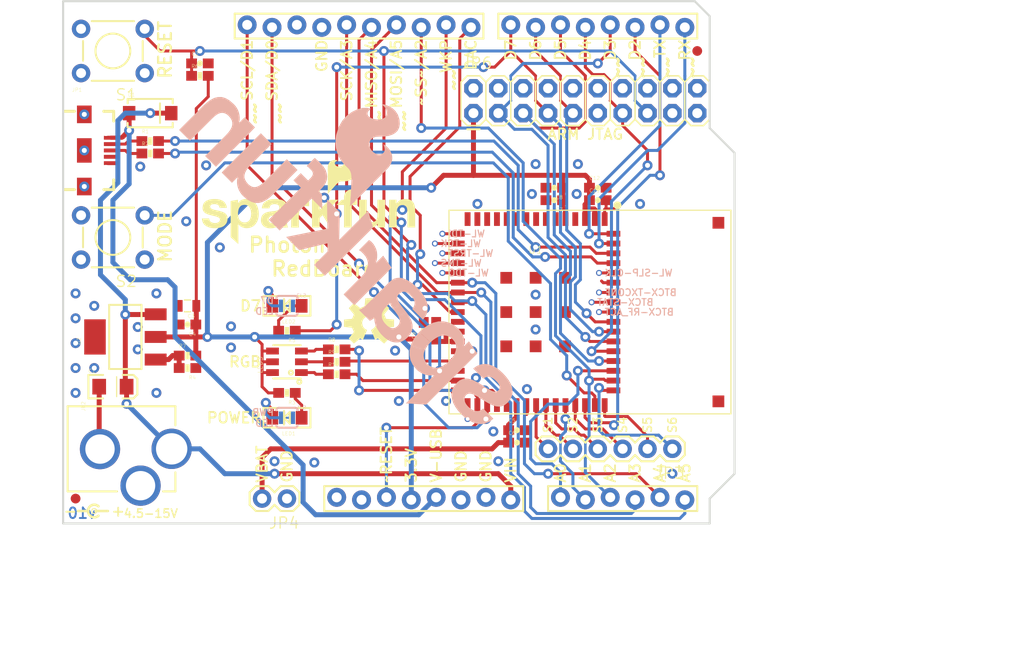
<source format=kicad_pcb>
(kicad_pcb (version 20211014) (generator pcbnew)
  (layers (0 "F.Cu" signal) (31 "B.Cu" signal) (34 "B.Paste" user) (35 "F.Paste" user) (36 "B.SilkS" user "B.Silkscreen") (37 "F.SilkS" user "F.Silkscreen") (38 "B.Mask" user) (39 "F.Mask" user) (44 "Edge.Cuts" user))
  (net 0 "")
  (net 1 "GND")
  (net 2 "3.3V")
  (net 3 "D-")
  (net 4 "D+")
  (net 5 "MCU_USB_D-")
  (net 6 "MCU_USB_D+")
  (net 7 "VUSB")
  (net 8 "VIN")
  (net 9 "N$15")
  (net 10 "~{RST}")
  (net 11 "~{MODE}")
  (net 12 "N$3")
  (net 13 "N$4")
  (net 14 "N$5")
  (net 15 "RGB_BLUE")
  (net 16 "RGB_RED")
  (net 17 "RGB_GREEN")
  (net 18 "D7(JTAG_TMS)")
  (net 19 "N$7")
  (net 20 "N$6")
  (net 21 "DAC")
  (net 22 "A5/SPI_MOSI")
  (net 23 "A3/SPI_SCK")
  (net 24 "A4/SPI_MISO")
  (net 25 "RX")
  (net 26 "TX")
  (net 27 "D6(JTAG_TCK)")
  (net 28 "D4(JTAG_TDO)")
  (net 29 "D3(JTAG_TRST)")
  (net 30 "D5(JTAG_TDI)")
  (net 31 "D1/SCL")
  (net 32 "D0/SDA")
  (net 33 "D2")
  (net 34 "A2")
  (net 35 "A1")
  (net 36 "A0")
  (net 37 "WKP")
  (net 38 "VBAT")
  (net 39 "SPARE1")
  (net 40 "SPARE2")
  (net 41 "SPARE3")
  (net 42 "SPARE4")
  (net 43 "SPARE5")
  (net 44 "SPARE6")
  (net 45 "BTCX_TXCONF")
  (net 46 "BTCX_STATUS")
  (net 47 "BTCX_RF_ACTIVE")
  (net 48 "WL_JTAG_TDI")
  (net 49 "WL_JTAG_TCK")
  (net 50 "WL_JTAG_TRST")
  (net 51 "WL_JTAG_TMS")
  (net 52 "WL_JTAG_TDO")
  (net 53 "WL_SLEEP_CLK")
  (net 54 "N$1")
  (net 55 "N$2")
  (net 56 "N$8")
  (footprint "boardEagle:1X06" (layer "F.Cu") (at 176.4411 124.0536 180)
    (fp_text reference "JP3")
    (fp_text value "DNP")
  )
  (footprint "boardEagle:0603-CAP" (layer "F.Cu") (at 151.0411 111.9886 90)
    (fp_text reference "C9")
    (fp_text value "0.1uF")
  )
  (footprint "boardEagle:0603-RES" (layer "F.Cu") (at 142.1511 116.4336)
    (fp_text reference "R10")
    (fp_text value "300")
  )
  (footprint "boardEagle:0603-CAP" (layer "F.Cu") (at 160.5661 123.4186)
    (fp_text reference "C6")
    (fp_text value "0.1uF")
  )
  (footprint "boardEagle:0603-CAP" (layer "F.Cu") (at 164.3761 98.6536 180)
    (fp_text reference "C7")
    (fp_text value "10uF")
  )
  (footprint "boardEagle:1X02" (layer "F.Cu") (at 137.0711 129.1336 180)
    (fp_text reference "JP4")
    (fp_text value "DNP")
  )
  (footprint "boardEagle:LED-1206" (layer "F.Cu") (at 137.0711 109.4486 180)
    (fp_text reference "LED2")
    (fp_text value "BLUE")
  )
  (footprint "boardEagle:0603-CAP" (layer "F.Cu") (at 168.8211 98.6536)
    (fp_text reference "C11")
    (fp_text value "10uF")
  )
  (footprint "boardEagle:0805" (layer "F.Cu") (at 126.9111 109.4486 180)
    (fp_text reference "C3")
    (fp_text value "22uF")
  )
  (footprint "boardEagle:TP_15TH" (layer "F.Cu") (at 168.9481 108.0836 180)
    (fp_text reference "TP1" hide)
    (fp_text value "TEST-POINTTP_15TH_THRU" hide)
  )
  (footprint "boardEagle:FIDUCIAL-1X2" (layer "F.Cu") (at 115.4811 129.1336)
    (fp_text reference "FID2" hide)
    (fp_text value "FIDUCIAL1X2" hide)
  )
  (footprint "boardEagle:TACTILE-PTH" (layer "F.Cu") (at 119.2911 83.4136 180)
    (fp_text reference "S1")
    (fp_text value "RESET" hide)
  )
  (footprint "boardEagle:FIDUCIAL-1X2" (layer "F.Cu") (at 178.9811 83.4136)
    (fp_text reference "FID1" hide)
    (fp_text value "FIDUCIAL1X2" hide)
  )
  (footprint "boardEagle:TP_15TH" (layer "F.Cu") (at 168.1861 109.0836 180)
    (fp_text reference "TP3" hide)
    (fp_text value "TEST-POINTTP_15TH_THRU" hide)
  )
  (footprint "boardEagle:0603-CAP" (layer "F.Cu") (at 164.3761 97.3836 180)
    (fp_text reference "C8")
    (fp_text value "0.1uF")
  )
  (footprint "boardEagle:0603-RES" (layer "F.Cu") (at 142.1511 115.1636)
    (fp_text reference "R9")
    (fp_text value "100")
  )
  (footprint "boardEagle:0603-CAP" (layer "F.Cu") (at 152.3111 111.9886 90)
    (fp_text reference "C10")
    (fp_text value "10uF")
  )
  (footprint "boardEagle:0603-RES" (layer "F.Cu") (at 126.9111 115.7986 180)
    (fp_text reference "R4")
    (fp_text value "390")
  )
  (footprint "boardEagle:TP_15TH" (layer "F.Cu") (at 168.9481 110.0836 180)
    (fp_text reference "TP2" hide)
    (fp_text value "TEST-POINTTP_15TH_THRU" hide)
  )
  (footprint "boardEagle:TP_15TH" (layer "F.Cu") (at 152.1841 103.0836 -90)
    (fp_text reference "TP5" hide)
    (fp_text value "TEST-POINTTP_15TH_THRU" hide)
  )
  (footprint "boardEagle:TP_15TH" (layer "F.Cu") (at 152.1841 105.0836)
    (fp_text reference "TP7" hide)
    (fp_text value "TEST-POINTTP_15TH_THRU" hide)
  )
  (footprint "boardEagle:TP_15TH" (layer "F.Cu") (at 152.9461 102.0836)
    (fp_text reference "TP4" hide)
    (fp_text value "TEST-POINTTP_15TH_THRU" hide)
  )
  (footprint "boardEagle:PLCC-6-LED" (layer "F.Cu") (at 137.0711 115.1636 90)
    (fp_text reference "LED3")
    (fp_text value "RGB LED")
  )
  (footprint "boardEagle:SMA-DIODE" (layer "F.Cu") (at 123.1011 89.7636)
    (fp_text reference "D1")
    (fp_text value "MBRA140")
  )
  (footprint "boardEagle:CREATIVE_COMMONS" (layer "F.Cu") (at 129.4511 143.1036)
    (fp_text reference "FRAME1" hide)
    (fp_text value "" hide)
  )
  (footprint "boardEagle:TACTILE-PTH" (layer "F.Cu") (at 119.2911 102.4636 180)
    (fp_text reference "S2")
    (fp_text value "MODE" hide)
  )
  (footprint "boardEagle:2X10" (layer "F.Cu") (at 167.5511 88.4936)
    (fp_text reference "JP6")
    (fp_text value "DNP")
  )
  (footprint "boardEagle:0603-RES" (layer "F.Cu") (at 137.0711 118.3386 180)
    (fp_text reference "R3")
    (fp_text value "1K")
  )
  (footprint "boardEagle:0603-RES" (layer "F.Cu") (at 123.1011 93.8836)
    (fp_text reference "R2")
    (fp_text value "22")
  )
  (footprint "boardEagle:0603-RES" (layer "F.Cu") (at 128.1811 85.9536)
    (fp_text reference "R6")
    (fp_text value "10K")
  )
  (footprint "boardEagle:SFE_LOGO_NAME_FLAME_.2" (layer "F.Cu") (at 127.6731 103.2256)
    (fp_text reference "LOGO2" hide)
    (fp_text value "SFE_LOGO_NAME_FLAME.2_INCH" hide)
  )
  (footprint "boardEagle:TP_15TH" (layer "F.Cu") (at 155.5211 121.0056)
    (fp_text reference "TP10" hide)
    (fp_text value "TEST-POINTTP_15TH_THRU" hide)
  )
  (footprint "boardEagle:0603-RES" (layer "F.Cu") (at 123.1011 92.6136)
    (fp_text reference "R1")
    (fp_text value "22")
  )
  (footprint "boardEagle:SOT223" (layer "F.Cu") (at 120.5611 112.6236 90)
    (fp_text reference "U2")
    (fp_text value "")
  )
  (footprint "boardEagle:WM-N-BM-14" (layer "F.Cu") (at 162.4711 110.0836)
    (fp_text reference "U1")
    (fp_text value "WM-N-BM-14")
  )
  (footprint "boardEagle:0603-CAP" (layer "F.Cu") (at 160.5661 122.1486)
    (fp_text reference "C5")
    (fp_text value "10uF")
  )
  (footprint "boardEagle:0603-RES" (layer "F.Cu") (at 142.1511 113.8936)
    (fp_text reference "R8")
    (fp_text value "100")
  )
  (footprint "boardEagle:ARDUINO_R3_NOISP_LOCKING" (layer "F.Cu") (at 114.2111 131.6736)
    (fp_text reference "JP5" hide)
    (fp_text value "ARDUINO_R3_NOISPLOCKING" hide)
  )
  (footprint "boardEagle:0603-RES" (layer "F.Cu") (at 137.0711 111.9886 180)
    (fp_text reference "R5")
    (fp_text value "300")
  )
  (footprint "boardEagle:0603-CAP" (layer "F.Cu") (at 126.9111 111.3536 180)
    (fp_text reference "C4")
    (fp_text value "0.1uF")
  )
  (footprint "boardEagle:0603-RES" (layer "F.Cu") (at 126.9111 114.5286)
    (fp_text reference "R7")
    (fp_text value "240")
  )
  (footprint "boardEagle:USB-B-MICRO-SMD_V03" (layer "F.Cu") (at 116.3701 93.5736)
    (fp_text reference "JP1")
    (fp_text value "USB")
  )
  (footprint "boardEagle:OSHW-LOGO-M" (layer "F.Cu") (at 145.4531 111.2266)
    (fp_text reference "LOGO1" hide)
    (fp_text value "OSHW-LOGOM" hide)
  )
  (footprint "boardEagle:TP_15TH" (layer "F.Cu") (at 152.9461 104.0836)
    (fp_text reference "TP6" hide)
    (fp_text value "TEST-POINTTP_15TH_THRU" hide)
  )
  (footprint "boardEagle:TP_15TH" (layer "F.Cu") (at 152.9461 106.0836)
    (fp_text reference "TP8" hide)
    (fp_text value "TEST-POINTTP_15TH_THRU" hide)
  )
  (footprint "boardEagle:LED-1206" (layer "F.Cu") (at 137.0711 120.8786 180)
    (fp_text reference "LED1")
    (fp_text value "RED")
  )
  (footprint "boardEagle:0603-CAP" (layer "F.Cu") (at 128.1811 84.6836)
    (fp_text reference "C2")
    (fp_text value "0.1uF")
  )
  (footprint "boardEagle:EIA3216" (layer "F.Cu") (at 119.2911 117.7036)
    (fp_text reference "C1")
    (fp_text value "10uF")
  )
  (footprint "boardEagle:POWER_JACK_PTH_LOCK" (layer "F.Cu") (at 111.4171 124.0536 -90)
    (fp_text reference "JP2")
    (fp_text value "POWER")
  )
  (footprint "boardEagle:0603-CAP" (layer "F.Cu") (at 168.8211 97.3836)
    (fp_text reference "C12")
    (fp_text value "0.1uF")
  )
  (footprint "boardEagle:PAD-JUMPER-2-NC_BY_TRACE_YES_SILK" (layer "B.Cu") (at 137.0711 109.4486 180)
    (fp_text reference "SJ2")
    (fp_text value "D7-LED")
  )
  (footprint "boardEagle:PAD-JUMPER-2-NC_BY_TRACE_YES_SILK" (layer "B.Cu") (at 137.0711 120.8786 180)
    (fp_text reference "SJ1")
    (fp_text value "PWR-LED")
  )
  (footprint "boardEagle:TP_15TH" (layer "B.Cu") (at 168.9481 106.0836 180)
    (fp_text reference "TP9" hide)
    (fp_text value "TEST-POINTTP_15TH_THRU" hide)
  )
  (footprint "boardEagle:SFE_LOGO_NAME_FLAME_.4" (layer "B.Cu") (at 154.8511 125.3236 135)
    (fp_text reference "LOGO3" hide)
    (fp_text value "SFE_LOGO_NAME_FLAME.4_INCH" hide)
  )
  (gr_arc (start 116.7511 130.4036) (mid 117.128067 129.816502) (end 117.817899 129.921001) (layer "F.SilkS") (width 0.254))
  (gr_line (start 158.6611 79.6036) (end 158.6611 82.1436) (layer "F.SilkS") (width 0.2032))
  (gr_line (start 155.4861 91.4146) (end 156.7561 91.4146) (layer "F.SilkS") (width 0.2032))
  (gr_line (start 178.9811 82.1436) (end 178.9811 79.6036) (layer "F.SilkS") (width 0.2032))
  (gr_line (start 115.7351 130.4036) (end 116.7511 130.4036) (layer "F.SilkS") (width 0.254))
  (gr_line (start 157.1371 79.6036) (end 157.1371 82.1436) (layer "F.SilkS") (width 0.2032))
  (gr_line (start 157.1371 82.1436) (end 131.7371 82.1436) (layer "F.SilkS") (width 0.2032))
  (gr_line (start 161.2011 130.4036) (end 161.2011 127.8636) (layer "F.SilkS") (width 0.2032))
  (gr_line (start 163.7411 130.4036) (end 178.9811 130.4036) (layer "F.SilkS") (width 0.2032))
  (gr_line (start 178.9811 127.8636) (end 163.7411 127.8636) (layer "F.SilkS") (width 0.2032))
  (gr_line (start 131.7371 82.1436) (end 131.7371 79.6036) (layer "F.SilkS") (width 0.2032))
  (gr_arc (start 117.817898 130.886201) (mid 117.128066 130.990699) (end 116.7511 130.4036) (layer "F.SilkS") (width 0.254))
  (gr_line (start 118.7831 130.4036) (end 117.5131 130.4036) (layer "F.SilkS") (width 0.254))
  (gr_line (start 140.8811 127.8636) (end 140.8811 130.4036) (layer "F.SilkS") (width 0.2032))
  (gr_line (start 131.7371 79.6036) (end 157.1371 79.6036) (layer "F.SilkS") (width 0.2032))
  (gr_line (start 158.6611 82.1436) (end 178.9811 82.1436) (layer "F.SilkS") (width 0.2032))
  (gr_line (start 178.9811 130.4036) (end 178.9811 127.8636) (layer "F.SilkS") (width 0.2032))
  (gr_line (start 161.2011 127.8636) (end 140.8811 127.8636) (layer "F.SilkS") (width 0.2032))
  (gr_line (start 140.8811 130.4036) (end 161.2011 130.4036) (layer "F.SilkS") (width 0.2032))
  (gr_circle (center 117.3861 130.4036) (end 117.6401 130.4036) (layer "F.SilkS") (width 0) (fill none))
  (gr_line (start 178.9811 79.6036) (end 158.6611 79.6036) (layer "F.SilkS") (width 0.2032))
  (gr_line (start 163.7411 127.8636) (end 163.7411 130.4036) (layer "F.SilkS") (width 0.2032))
  (gr_line (start 114.2111 131.6736) (end 114.2111 78.3336) (layer "Edge.Cuts") (width 0.2032))
  (gr_line (start 182.7911 93.8276) (end 182.7911 126.5936) (layer "Edge.Cuts") (width 0.2032))
  (gr_line (start 182.7911 126.5936) (end 180.2511 129.1336) (layer "Edge.Cuts") (width 0.2032))
  (gr_line (start 180.2511 91.2876) (end 182.7911 93.8276) (layer "Edge.Cuts") (width 0.2032))
  (gr_line (start 114.2111 78.3336) (end 178.7271 78.3336) (layer "Edge.Cuts") (width 0.2032))
  (gr_line (start 180.2511 129.1336) (end 180.2511 131.6736) (layer "Edge.Cuts") (width 0.2032))
  (gr_line (start 178.7271 78.3336) (end 180.2511 79.8576) (layer "Edge.Cuts") (width 0.2032))
  (gr_line (start 180.2511 79.8576) (end 180.2511 91.2876) (layer "Edge.Cuts") (width 0.2032))
  (gr_line (start 180.2511 131.6736) (end 114.2111 131.6736) (layer "Edge.Cuts") (width 0.2032))
  (gr_text "v10" (at 116.1161 129.9972) (layer "B.Cu") (effects (font (size 1.0795 1.0795) (thickness 0.1905)) (justify top mirror)))
  (gr_text "PWR\nLED" (at 135.8011 120.8786) (layer "B.SilkS") (effects (font (size 0.69088 0.69088) (thickness 0.12192)) (justify left mirror)))
  (gr_text "WL-SLP-CLK" (at 169.4561 106.0836) (layer "B.SilkS") (effects (font (size 0.69088 0.69088) (thickness 0.12192)) (justify right mirror)))
  (gr_text "WL-TRST" (at 153.4541 104.0836) (layer "B.SilkS") (effects (font (size 0.69088 0.69088) (thickness 0.12192)) (justify right mirror)))
  (gr_text "BTCX-STAT" (at 168.6941 109.0836) (layer "B.SilkS") (effects (font (size 0.69088 0.69088) (thickness 0.12192)) (justify right mirror)))
  (gr_text "D7\nLED" (at 135.8011 109.4486) (layer "B.SilkS") (effects (font (size 0.69088 0.69088) (thickness 0.12192)) (justify left mirror)))
  (gr_text "WL-TMS" (at 152.6921 105.0836) (layer "B.SilkS") (effects (font (size 0.69088 0.69088) (thickness 0.12192)) (justify right mirror)))
  (gr_text "BTCX-RF_ACT" (at 169.4561 110.0836) (layer "B.SilkS") (effects (font (size 0.69088 0.69088) (thickness 0.12192)) (justify right mirror)))
  (gr_text "WL-TDI" (at 153.4541 102.0836) (layer "B.SilkS") (effects (font (size 0.69088 0.69088) (thickness 0.12192)) (justify right mirror)))
  (gr_text "WL-TCK" (at 152.6921 103.0836) (layer "B.SilkS") (effects (font (size 0.69088 0.69088) (thickness 0.12192)) (justify right mirror)))
  (gr_text "WL-TDO" (at 153.4541 106.0836) (layer "B.SilkS") (effects (font (size 0.69088 0.69088) (thickness 0.12192)) (justify right mirror)))
  (gr_text "BTCX-TXCONF" (at 169.4561 108.0836) (layer "B.SilkS") (effects (font (size 0.69088 0.69088) (thickness 0.12192)) (justify right mirror)))
  (gr_text "Photon\n  RedBoard" (at 133.0071 102.3366) (layer "F.SilkS") (effects (font (size 1.5113 1.5113) (thickness 0.2667)) (justify left top)))
  (gr_text "3.3V" (at 149.7711 127.6096 90) (layer "F.SilkS") (effects (font (size 1.0795 1.0795) (thickness 0.1905)) (justify left)))
  (gr_text "A1" (at 167.5511 127.6096 90) (layer "F.SilkS") (effects (font (size 1.0795 1.0795) (thickness 0.1905)) (justify left)))
  (gr_text "POWER" (at 134.5311 120.8786) (layer "F.SilkS") (effects (font (size 1.0795 1.0795) (thickness 0.1905)) (justify right)))
  (gr_text "~~" (at 154.0891 86.3346 90) (layer "F.SilkS") (effects (font (size 1.5113 1.5113) (thickness 0.2667))))
  (gr_text "S1" (at 163.7411 122.5296 90) (layer "F.SilkS") (effects (font (size 0.8636 0.8636) (thickness 0.1524)) (justify left)))
  (gr_text "WKP" (at 153.3271 82.1436 90) (layer "F.SilkS") (effects (font (size 1.0795 1.0795) (thickness 0.1905)) (justify right)))
  (gr_text "S5" (at 173.9011 122.5296 90) (layer "F.SilkS") (effects (font (size 0.8636 0.8636) (thickness 0.1524)) (justify left)))
  (gr_text "SDA/D0" (at 135.5471 82.1436 90) (layer "F.SilkS") (effects (font (size 1.0795 1.0795) (thickness 0.1905)) (justify right)))
  (gr_text "D7" (at 159.9311 82.1436 90) (layer "F.SilkS") (effects (font (size 1.0795 1.0795) (thickness 0.1905)) (justify right)))
  (gr_text "-" (at 115.7351 130.4036) (layer "F.SilkS") (effects (font (size 1.0795 1.0795) (thickness 0.1905)) (justify right)))
  (gr_text "D5" (at 165.0111 82.1436 90) (layer "F.SilkS") (effects (font (size 1.0795 1.0795) (thickness 0.1905)) (justify right)))
  (gr_text "DAC" (at 155.8671 82.1436 90) (layer "F.SilkS") (effects (font (size 1.0795 1.0795) (thickness 0.1905)) (justify right)))
  (gr_text "GND" (at 157.3911 127.6096 90) (layer "F.SilkS") (effects (font (size 1.0795 1.0795) (thickness 0.1905)) (justify left)))
  (gr_text "A2" (at 170.0911 127.6096 90) (layer "F.SilkS") (effects (font (size 1.0795 1.0795) (thickness 0.1905)) (justify left)))
  (gr_text "S6" (at 176.4411 122.5296 90) (layer "F.SilkS") (effects (font (size 0.8636 0.8636) (thickness 0.1524)) (justify left)))
  (gr_text "~~" (at 173.3931 85.0646 90) (layer "F.SilkS") (effects (font (size 1.5113 1.5113) (thickness 0.2667))))
  (gr_text "D2" (at 172.6311 82.1436 90) (layer "F.SilkS") (effects (font (size 1.0795 1.0795) (thickness 0.1905)) (justify right)))
  (gr_text "SCL/D1" (at 133.0071 82.1436 90) (layer "F.SilkS") (effects (font (size 1.0795 1.0795) (thickness 0.1905)) (justify right)))
  (gr_text "TX" (at 175.1711 82.1436 90) (layer "F.SilkS") (effects (font (size 1.0795 1.0795) (thickness 0.1905)) (justify right)))
  (gr_text "4.5-15V" (at 120.3071 130.6576) (layer "F.SilkS") (effects (font (size 0.8636 0.8636) (thickness 0.1524)) (justify left)))
  (gr_text "VIN" (at 159.9311 127.6096 90) (layer "F.SilkS") (effects (font (size 1.0795 1.0795) (thickness 0.1905)) (justify left)))
  (gr_text "~~" (at 133.7691 89.7636 90) (layer "F.SilkS") (effects (font (size 1.5113 1.5113) (thickness 0.2667))))
  (gr_text "VBAT" (at 134.5311 127.6096 90) (layer "F.SilkS") (effects (font (size 1.0795 1.0795) (thickness 0.1905)) (justify left)))
  (gr_text "D4" (at 167.5511 82.1436 90) (layer "F.SilkS") (effects (font (size 1.0795 1.0795) (thickness 0.1905)) (justify right)))
  (gr_text "MOSI/A5" (at 148.2471 82.1436 90) (layer "F.SilkS") (effects (font (size 1.0795 1.0795) (thickness 0.1905)) (justify right)))
  (gr_text "S2" (at 166.2811 122.5296 90) (layer "F.SilkS") (effects (font (size 0.8636 0.8636) (thickness 0.1524)) (justify left)))
  (gr_text "S4" (at 171.3611 122.5296 90) (layer "F.SilkS") (effects (font (size 0.8636 0.8636) (thickness 0.1524)) (justify left)))
  (gr_text "GND" (at 140.6271 82.1436 90) (layer "F.SilkS") (effects (font (size 1.0795 1.0795) (thickness 0.1905)) (justify right)))
  (gr_text "~~" (at 146.4691 90.5256 90) (layer "F.SilkS") (effects (font (size 1.5113 1.5113) (thickness 0.2667))))
  (gr_text "D7" (at 134.5311 109.4486) (layer "F.SilkS") (effects (font (size 1.0795 1.0795) (thickness 0.1905)) (justify right)))
  (gr_text "A4" (at 175.1711 127.6096 90) (layer "F.SilkS") (effects (font (size 1.0795 1.0795) (thickness 0.1905)) (justify left)))
  (gr_text "ARM JTAG" (at 167.5511 91.2876) (layer "F.SilkS") (effects (font (size 1.0795 1.0795) (thickness 0.1905)) (justify top)))
  (gr_text "GND" (at 137.0711 127.6096 90) (layer "F.SilkS") (effects (font (size 1.0795 1.0795) (thickness 0.1905)) (justify left)))
  (gr_text "A5" (at 177.7111 127.6096 90) (layer "F.SilkS") (effects (font (size 1.0795 1.0795) (thickness 0.1905)) (justify left)))
  (gr_text "~~" (at 149.0091 90.5256 90) (layer "F.SilkS") (effects (font (size 1.5113 1.5113) (thickness 0.2667))))
  (gr_text "SCK/A3" (at 143.1671 82.1436 90) (layer "F.SilkS") (effects (font (size 1.0795 1.0795) (thickness 0.1905)) (justify right)))
  (gr_text "MODE" (at 123.8631 102.3366 90) (layer "F.SilkS") (effects (font (size 1.2954 1.2954) (thickness 0.2286)) (justify top)))
  (gr_text "A0" (at 165.0111 127.6096 90) (layer "F.SilkS") (effects (font (size 1.0795 1.0795) (thickness 0.1905)) (justify left)))
  (gr_text "RGB" (at 134.5311 115.1636) (layer "F.SilkS") (effects (font (size 1.0795 1.0795) (thickness 0.1905)) (justify right)))
  (gr_text "~~" (at 170.8531 85.0646 90) (layer "F.SilkS") (effects (font (size 1.5113 1.5113) (thickness 0.2667))))
  (gr_text "RESET" (at 123.8631 83.2866 90) (layer "F.SilkS") (effects (font (size 1.2954 1.2954) (thickness 0.2286)) (justify top)))
  (gr_text "~SS~/A2" (at 150.7871 82.1436 90) (layer "F.SilkS") (effects (font (size 1.0795 1.0795) (thickness 0.1905)) (justify right)))
  (gr_text "D3" (at 170.0911 82.1436 90) (layer "F.SilkS") (effects (font (size 1.0795 1.0795) (thickness 0.1905)) (justify right)))
  (gr_text "GND" (at 154.8511 127.6096 90) (layer "F.SilkS") (effects (font (size 1.0795 1.0795) (thickness 0.1905)) (justify left)))
  (gr_text "A3" (at 172.6311 127.6096 90) (layer "F.SilkS") (effects (font (size 1.0795 1.0795) (thickness 0.1905)) (justify left)))
  (gr_text "RX" (at 177.7111 82.1436 90) (layer "F.SilkS") (effects (font (size 1.0795 1.0795) (thickness 0.1905)) (justify right)))
  (gr_text "~~" (at 175.9331 85.0646 90) (layer "F.SilkS") (effects (font (size 1.5113 1.5113) (thickness 0.2667))))
  (gr_text "V-USB" (at 152.3111 127.6096 90) (layer "F.SilkS") (effects (font (size 1.0795 1.0795) (thickness 0.1905)) (justify left)))
  (gr_text "~~" (at 178.4731 85.0646 90) (layer "F.SilkS") (effects (font (size 1.5113 1.5113) (thickness 0.2667))))
  (gr_text "D6" (at 162.4711 82.1436 90) (layer "F.SilkS") (effects (font (size 1.0795 1.0795) (thickness 0.1905)) (justify right)))
  (gr_text "MISO/A4" (at 145.7071 82.1436 90) (layer "F.SilkS") (effects (font (size 1.0795 1.0795) (thickness 0.1905)) (justify right)))
  (gr_text "~~" (at 136.3091 89.7636 90) (layer "F.SilkS") (effects (font (size 1.5113 1.5113) (thickness 0.2667))))
  (gr_text "S3" (at 168.8211 122.5296 90) (layer "F.SilkS") (effects (font (size 0.8636 0.8636) (thickness 0.1524)) (justify left)))
  (gr_text "~RESET" (at 147.2311 127.6096 90) (layer "F.SilkS") (effects (font (size 1.0795 1.0795) (thickness 0.1905)) (justify left)))
  (gr_text "+" (at 119.0371 130.4036) (layer "F.SilkS") (effects (font (size 1.0795 1.0795) (thickness 0.1905)) (justify left)))
  (segment (start 117.8911 117.7036) (end 117.8911 123.996) (width 0.508) (layer "F.Cu") (net 1))
  (segment (start 170.4721 99.5426) (end 170.7261 99.2886) (width 0.3048) (layer "F.Cu") (net 1))
  (segment (start 117.8911 123.996) (end 117.9741 124.079) (width 0.508) (layer "F.Cu") (net 1))
  (segment (start 169.3771 107.0836) (end 169.2021 106.9086) (width 0.3048) (layer "F.Cu") (net 1))
  (segment (start 169.5211 100.5836) (end 169.5211 99.6046) (width 0.3048) (layer "F.Cu") (net 1))
  (segment (start 161.5211 119.5836) (end 161.5211 120.4366) (width 0.508) (layer "F.Cu") (net 1))
  (segment (start 169.5831 99.5426) (end 170.4721 99.5426) (width 0.3048) (layer "F.Cu") (net 1))
  (segment (start 169.6711 99.4546) (end 169.5831 99.5426) (width 0.3048) (layer "F.Cu") (net 1))
  (segment (start 169.5211 99.6046) (end 169.5831 99.5426) (width 0.3048) (layer "F.Cu") (net 1))
  (segment (start 170.4211 107.0836) (end 169.3771 107.0836) (width 0.3048) (layer "F.Cu") (net 1))
  (segment (start 169.6711 98.6536) (end 169.6711 99.4546) (width 0.3048) (layer "F.Cu") (net 1))
  (via (at 131.3561 111.5436) (size 1.016) (drill 0.508) (layers "F.Cu" "B.Cu") (net 1))
  (via (at 130.2131 103.4796) (size 1.016) (drill 0.508) (layers "F.Cu" "B.Cu") (net 1))
  (via (at 155.9941 114.0836) (size 1.016) (drill 0.508) (layers "F.Cu" "B.Cu") (net 1))
  (via (at 128.8161 95.0976) (size 1.016) (drill 0.508) (layers "F.Cu" "B.Cu") (net 1))
  (via (at 158.6611 125.3236) (size 1.016) (drill 0.508) (layers "F.Cu" "B.Cu") (net 1))
  (via (at 122.0851 95.2246) (size 1.016) (drill 0.508) (layers "F.Cu" "B.Cu") (net 1))
  (via (at 166.6621 98.0186) (size 1.016) (drill 0.508) (layers "F.Cu" "B.Cu") (net 1))
  (via (at 116.3701 89.8906) (size 1.016) (drill 0.508) (layers "F.Cu" "B.Cu") (net 1))
  (via (at 158.1531 122.2756) (size 1.016) (drill 0.508) (layers "F.Cu" "B.Cu") (net 1))
  (via (at 148.1201 114.0206) (size 1.016) (drill 0.508) (layers "F.Cu" "B.Cu") (net 1))
  (via (at 116.3701 93.5736) (size 1.016) (drill 0.508) (layers "F.Cu" "B.Cu") (net 1))
  (via (at 161.5821 117.9576) (size 1.016) (drill 0.508) (layers "F.Cu" "B.Cu") (net 1))
  (via (at 162.4711 111.8616) (size 1.016) (drill 0.508) (layers "F.Cu" "B.Cu") (net 1))
  (via (at 166.7891 94.9706) (size 1.016) (drill 0.508) (layers "F.Cu" "B.Cu") (net 1))
  (via (at 153.3271 119.1636) (size 1.016) (drill 0.508) (layers "F.Cu" "B.Cu") (net 1))
  (via (at 162.4711 108.3056) (size 1.016) (drill 0.508) (layers "F.Cu" "B.Cu") (net 1))
  (via (at 173.1391 99.0346) (size 1.016) (drill 0.508) (layers "F.Cu" "B.Cu") (net 1))
  (via (at 139.8651 125.4506) (size 1.016) (drill 0.508) (layers "F.Cu" "B.Cu") (net 1))
  (via (at 116.3701 97.2566) (size 1.016) (drill 0.508) (layers "F.Cu" "B.Cu") (net 1))
  (via (at 126.7841 100.8126) (size 1.016) (drill 0.508) (layers "F.Cu" "B.Cu") (net 1))
  (via (at 162.0901 98.0186) (size 1.016) (drill 0.508) (layers "F.Cu" "B.Cu") (net 1))
  (via (at 151.1681 109.7026) (size 1.016) (drill 0.508) (layers "F.Cu" "B.Cu") (net 1))
  (via (at 140.8811 98.3996) (size 1.016) (drill 0.508) (layers "F.Cu" "B.Cu") (net 1))
  (via (at 156.5275 99.0346) (size 1.016) (drill 0.508) (layers "F.Cu" "B.Cu") (net 1))
  (via (at 148.5011 119.1636) (size 1.016) (drill 0.508) (layers "F.Cu" "B.Cu") (net 1))
  (via (at 131.3561 113.7026) (size 1.016) (drill 0.508) (layers "F.Cu" "B.Cu") (net 1))
  (via (at 162.4711 94.9706) (size 1.016) (drill 0.508) (layers "F.Cu" "B.Cu") (net 1))
  (via (at 135.8011 125.3236) (size 1.016) (drill 0.508) (layers "F.Cu" "B.Cu") (net 1))
  (via (at 176.4411 126.5936) (size 1.016) (drill 0.508) (layers "F.Cu" "B.Cu") (net 1))
  (segment (start 123.6599 112.6236) (end 127.7611 112.6236) (width 0.508) (layer "F.Cu") (net 2))
  (segment (start 153.2001 113.0836) (end 154.5211 113.0836) (width 0.508) (layer "F.Cu") (net 2))
  (segment (start 127.7611 112.6236) (end 128.9431 112.6236) (width 0.508) (layer "F.Cu") (net 2))
  (segment (start 153.4861 112.0836) (end 153.3271 112.2426) (width 0.508) (layer "F.Cu") (net 2))
  (segment (start 153.3271 112.9566) (end 153.2001 113.0836) (width 0.508) (layer "F.Cu") (net 2))
  (segment (start 127.8111 109.4486) (end 127.8111 89.2936) (width 0.3048) (layer "F.Cu") (net 2))
  (segment (start 165.2261 98.6536) (end 165.2261 97.3836) (width 0.508) (layer "F.Cu") (net 2))
  (segment (start 167.5211 100.5836) (end 167.5211 99.5426) (width 0.508) (layer "F.Cu") (net 2))
  (segment (start 134.5311 113.3856) (end 133.7691 112.6236) (width 0.3048) (layer "F.Cu") (net 2))
  (segment (start 134.5741 114.0636) (end 134.5311 114.0206) (width 0.3048) (layer "F.Cu") (net 2))
  (segment (start 153.3271 112.2426) (end 153.3271 112.9566) (width 0.508) (layer "F.Cu") (net 2))
  (segment (start 134.5311 114.0206) (end 134.5311 113.3856) (width 0.3048) (layer "F.Cu") (net 2))
  (segment (start 154.5211 112.0836) (end 153.4861 112.0836) (width 0.508) (layer "F.Cu") (net 2))
  (segment (start 167.9711 98.6536) (end 167.9711 97.3836) (width 0.508) (layer "F.Cu") (net 2))
  (segment (start 134.5311 117.7036) (end 134.5311 116.2636) (width 0.3048) (layer "F.Cu") (net 2))
  (segment (start 135.1661 118.3386) (end 134.5311 117.7036) (width 0.3048) (layer "F.Cu") (net 2))
  (segment (start 165.2261 96.1136) (end 167.5511 96.1136) (width 0.508) (layer "F.Cu") (net 2))
  (segment (start 151.8031 97.3836) (end 153.0731 96.1136) (width 0.508) (layer "F.Cu") (net 2))
  (segment (start 135.5961 116.2636) (end 134.5311 116.2636) (width 0.3048) (layer "F.Cu") (net 2))
  (segment (start 129.0311 85.9536) (end 129.0311 88.0736) (width 0.3048) (layer "F.Cu") (net 2))
  (segment (start 167.5511 96.1136) (end 167.9711 96.5336) (width 0.508) (layer "F.Cu") (net 2))
  (segment (start 135.5961 115.1636) (end 134.5311 115.1636) (width 0.3048) (layer "F.Cu") (net 2))
  (segment (start 134.5311 116.2636) (end 134.5311 115.1636) (width 0.3048) (layer "F.Cu") (net 2))
  (segment (start 153.0731 96.1136) (end 156.1211 96.1136) (width 0.508) (layer "F.Cu") (net 2))
  (segment (start 127.8111 109.4486) (end 127.8111 111.3536) (width 0.508) (layer "F.Cu") (net 2))
  (segment (start 167.9711 97.3836) (end 167.9711 96.5336) (width 0.508) (layer "F.Cu") (net 2))
  (segment (start 127.8111 89.2936) (end 129.0311 88.0736) (width 0.3048) (layer "F.Cu") (net 2))
  (segment (start 168.5211 100.5836) (end 168.5211 99.6236) (width 0.508) (layer "F.Cu") (net 2))
  (segment (start 127.8111 111.3536) (end 127.7611 111.3536) (width 0.508) (layer "F.Cu") (net 2))
  (segment (start 165.2261 98.6536) (end 165.2261 99.3766) (width 0.508) (layer "F.Cu") (net 2))
  (segment (start 151.0411 112.8386) (end 152.3111 112.8386) (width 0.508) (layer "F.Cu") (net 2))
  (segment (start 152.5561 113.0836) (end 153.2001 113.0836) (width 0.508) (layer "F.Cu") (net 2))
  (segment (start 165.2261 97.3836) (end 165.2261 96.1136) (width 0.508) (layer "F.Cu") (net 2))
  (segment (start 135.1661 118.3386) (end 136.2211 118.3386) (width 0.3048) (layer "F.Cu") (net 2))
  (segment (start 127.7611 111.3536) (end 127.7611 112.6236) (width 0.508) (layer "F.Cu") (net 2))
  (segment (start 168.5211 99.6236) (end 168.4401 99.5426) (width 0.508) (layer "F.Cu") (net 2))
  (segment (start 134.5311 115.1636) (end 134.5311 114.0206) (width 0.3048) (layer "F.Cu") (net 2))
  (segment (start 167.5211 99.1036) (end 167.9711 98.6536) (width 0.508) (layer "F.Cu") (net 2))
  (segment (start 152.3111 112.8386) (end 152.5561 113.0836) (width 0.508) (layer "F.Cu") (net 2))
  (segment (start 165.5191 100.5856) (end 165.5211 100.5836) (width 0.508) (layer "F.Cu") (net 2))
  (segment (start 156.1211 96.1136) (end 156.1211 89.7636) (width 0.508) (layer "F.Cu") (net 2))
  (segment (start 167.5211 99.5426) (end 167.5211 99.1036) (width 0.508) (layer "F.Cu") (net 2))
  (segment (start 151.0411 112.8386) (end 148.7161 112.8386) (width 0.508) (layer "F.Cu") (net 2))
  (segment (start 127.7611 114.5286) (end 127.7611 112.6236) (width 0.508) (layer "F.Cu") (net 2))
  (segment (start 165.5211 99.6716) (end 165.2261 99.3766) (width 0.508) (layer "F.Cu") (net 2))
  (segment (start 135.5961 114.0636) (end 134.5741 114.0636) (width 0.3048) (layer "F.Cu") (net 2))
  (segment (start 168.4401 99.5426) (end 167.5211 99.5426) (width 0.508) (layer "F.Cu") (net 2))
  (segment (start 165.5211 100.5836) (end 165.5211 99.6716) (width 0.508) (layer "F.Cu") (net 2))
  (segment (start 148.7161 112.8386) (end 148.5011 112.6236) (width 0.508) (layer "F.Cu") (net 2))
  (segment (start 156.1211 96.1136) (end 165.2261 96.1136) (width 0.508) (layer "F.Cu") (net 2))
  (via (at 115.4811 113.2586) (size 1.016) (drill 0.508) (layers "F.Cu" "B.Cu") (net 2))
  (via (at 117.3861 115.7986) (size 1.016) (drill 0.508) (layers "F.Cu" "B.Cu") (net 2))
  (via (at 123.7361 108.1786) (size 1.016) (drill 0.508) (layers "F.Cu" "B.Cu") (net 2))
  (via (at 115.4811 115.7986) (size 1.016) (drill 0.508) (layers "F.Cu" "B.Cu") (net 2))
  (via (at 121.8311 111.6076) (size 1.016) (drill 0.508) (layers "F.Cu" "B.Cu") (net 2))
  (via (at 151.8031 97.3836) (size 1.016) (drill 0.508) (layers "F.Cu" "B.Cu") (net 2))
  (via (at 115.4811 118.3386) (size 1.016) (drill 0.508) (layers "F.Cu" "B.Cu") (net 2))
  (via (at 133.7691 112.6236) (size 1.016) (drill 0.508) (layers "F.Cu" "B.Cu") (net 2))
  (via (at 123.7361 118.3386) (size 1.016) (drill 0.508) (layers "F.Cu" "B.Cu") (net 2))
  (via (at 115.4811 108.1786) (size 1.016) (drill 0.508) (layers "F.Cu" "B.Cu") (net 2))
  (via (at 117.3861 109.4486) (size 1.016) (drill 0.508) (layers "F.Cu" "B.Cu") (net 2))
  (via (at 148.5011 112.6236) (size 1.016) (drill 0.508) (layers "F.Cu" "B.Cu") (net 2))
  (via (at 121.8311 113.8936) (size 1.016) (drill 0.508) (layers "F.Cu" "B.Cu") (net 2))
  (via (at 128.9431 112.6236) (size 1.016) (drill 0.508) (layers "F.Cu" "B.Cu") (net 2))
  (via (at 115.4811 110.7186) (size 1.016) (drill 0.508) (layers "F.Cu" "B.Cu") (net 2))
  (segment (start 128.9431 102.9716) (end 134.5311 97.3836) (width 0.508) (layer "B.Cu") (net 2))
  (segment (start 148.5011 112.6236) (end 133.7691 112.6236) (width 0.508) (layer "B.Cu") (net 2))
  (segment (start 128.9431 112.6236) (end 128.9431 102.9716) (width 0.508) (layer "B.Cu") (net 2))
  (segment (start 148.5011 112.6236) (end 149.7711 113.8936) (width 0.508) (layer "B.Cu") (net 2))
  (segment (start 128.9431 112.6236) (end 133.7691 112.6236) (width 0.508) (layer "B.Cu") (net 2))
  (segment (start 149.7711 113.8936) (end 149.7711 129.2606) (width 0.508) (layer "B.Cu") (net 2))
  (segment (start 134.5311 97.3836) (end 151.8031 97.3836) (width 0.508) (layer "B.Cu") (net 2))
  (segment (start 120.8711 92.6136) (end 122.2511 92.6136) (width 0.3048) (layer "F.Cu") (net 3))
  (segment (start 119.0951 92.9236) (end 120.5611 92.9236) (width 0.3048) (layer "F.Cu") (net 3))
  (segment (start 120.5611 92.9236) (end 120.8711 92.6136) (width 0.3048) (layer "F.Cu") (net 3))
  (segment (start 120.8711 93.8836) (end 122.2511 93.8836) (width 0.3048) (layer "F.Cu") (net 4))
  (segment (start 119.0951 93.5736) (end 120.5611 93.5736) (width 0.3048) (layer "F.Cu") (net 4))
  (segment (start 120.5611 93.5736) (end 120.8711 93.8836) (width 0.3048) (layer "F.Cu") (net 4))
  (segment (start 162.4711 103.4486) (end 168.0281 103.4486) (width 0.3048) (layer "F.Cu") (net 5))
  (segment (start 170.4211 104.0836) (end 168.6631 104.0836) (width 0.3048) (layer "F.Cu") (net 5))
  (segment (start 168.6631 104.0836) (end 168.0281 103.4486) (width 0.3048) (layer "F.Cu") (net 5))
  (segment (start 123.9511 92.6136) (end 125.6411 92.6136) (width 0.3048) (layer "F.Cu") (net 5))
  (via (at 162.4711 103.4486) (size 1.016) (drill 0.508) (layers "F.Cu" "B.Cu") (net 5))
  (via (at 125.6411 92.6136) (size 1.016) (drill 0.508) (layers "F.Cu" "B.Cu") (net 5))
  (segment (start 160.6931 101.6706) (end 160.6931 95.0976) (width 0.3048) (layer "B.Cu") (net 5))
  (segment (start 160.6931 95.0976) (end 158.2091 92.6136) (width 0.3048) (layer "B.Cu") (net 5))
  (segment (start 125.6411 92.6136) (end 158.2091 92.6136) (width 0.3048) (layer "B.Cu") (net 5))
  (segment (start 162.4711 103.4486) (end 160.6931 101.6706) (width 0.3048) (layer "B.Cu") (net 5))
  (segment (start 123.9511 93.8836) (end 125.6411 93.8836) (width 0.3048) (layer "F.Cu") (net 6))
  (segment (start 163.4401 104.4486) (end 168.1391 104.4486) (width 0.3048) (layer "F.Cu") (net 6))
  (segment (start 168.7741 105.0836) (end 168.1391 104.4486) (width 0.3048) (layer "F.Cu") (net 6))
  (segment (start 170.4211 105.0836) (end 168.7741 105.0836) (width 0.3048) (layer "F.Cu") (net 6))
  (via (at 163.4401 104.4486) (size 1.016) (drill 0.508) (layers "F.Cu" "B.Cu") (net 6))
  (via (at 125.6411 93.8836) (size 1.016) (drill 0.508) (layers "F.Cu" "B.Cu") (net 6))
  (segment (start 163.4401 104.4486) (end 162.1701 104.4486) (width 0.3048) (layer "B.Cu") (net 6))
  (segment (start 160.1851 102.4636) (end 160.1851 95.885) (width 0.3048) (layer "B.Cu") (net 6))
  (segment (start 158.0515 93.7514) (end 125.7733 93.7514) (width 0.3048) (layer "B.Cu") (net 6))
  (segment (start 162.1701 104.4486) (end 160.1851 102.4636) (width 0.3048) (layer "B.Cu") (net 6))
  (segment (start 125.7733 93.7514) (end 125.6411 93.8836) (width 0.3048) (layer "B.Cu") (net 6))
  (segment (start 160.1851 95.885) (end 158.0515 93.7514) (width 0.3048) (layer "B.Cu") (net 6))
  (segment (start 120.3071 92.1766) (end 120.9511 91.5326) (width 0.508) (layer "F.Cu") (net 7))
  (segment (start 120.9511 89.7636) (end 120.9511 91.5326) (width 0.508) (layer "F.Cu") (net 7))
  (segment (start 120.2101 92.2736) (end 120.3071 92.1766) (width 0.4064) (layer "F.Cu") (net 7))
  (segment (start 119.0951 92.2736) (end 120.2101 92.2736) (width 0.4064) (layer "F.Cu") (net 7))
  (via (at 120.9511 91.5326) (size 1.016) (drill 0.508) (layers "F.Cu" "B.Cu") (net 7))
  (segment (start 121.0691 106.7816) (end 124.8791 106.7816) (width 0.508) (layer "B.Cu") (net 7))
  (segment (start 119.2911 98.6536) (end 119.2911 105.0036) (width 0.508) (layer "B.Cu") (net 7))
  (segment (start 125.6411 112.6236) (end 125.6411 107.5436) (width 0.508) (layer "B.Cu") (net 7))
  (segment (start 152.3111 129.0066) (end 150.5331 130.7846) (width 0.508) (layer "B.Cu") (net 7))
  (segment (start 120.9511 91.5326) (end 120.9511 96.9936) (width 0.508) (layer "B.Cu") (net 7))
  (segment (start 125.6411 107.5436) (end 124.8791 106.7816) (width 0.508) (layer "B.Cu") (net 7))
  (segment (start 120.9511 96.9936) (end 119.2911 98.6536) (width 0.508) (layer "B.Cu") (net 7))
  (segment (start 139.9921 130.7846) (end 138.7221 129.5146) (width 0.508) (layer "B.Cu") (net 7))
  (segment (start 138.7221 129.5146) (end 138.7221 125.7046) (width 0.508) (layer "B.Cu") (net 7))
  (segment (start 150.5331 130.7846) (end 139.9921 130.7846) (width 0.508) (layer "B.Cu") (net 7))
  (segment (start 138.7221 125.7046) (end 125.6411 112.6236) (width 0.508) (layer "B.Cu") (net 7))
  (segment (start 119.2911 105.0036) (end 121.0691 106.7816) (width 0.508) (layer "B.Cu") (net 7))
  (segment (start 123.637 110.3351) (end 123.6599 110.3122) (width 0.508) (layer "F.Cu") (net 8))
  (segment (start 125.2511 89.7636) (end 123.1011 89.7636) (width 0.508) (layer "F.Cu") (net 8))
  (segment (start 159.9311 127.8636) (end 158.6611 126.5936) (width 0.508) (layer "F.Cu") (net 8))
  (segment (start 120.5611 110.3351) (end 123.637 110.3351) (width 0.508) (layer "F.Cu") (net 8))
  (segment (start 159.9311 129.2606) (end 159.9311 127.8636) (width 0.508) (layer "F.Cu") (net 8))
  (segment (start 120.5611 117.5736) (end 120.5611 110.3351) (width 0.508) (layer "F.Cu") (net 8))
  (segment (start 120.6911 117.7036) (end 120.6911 119.4498) (width 0.508) (layer "F.Cu") (net 8))
  (segment (start 120.6911 117.7036) (end 120.5611 117.5736) (width 0.508) (layer "F.Cu") (net 8))
  (segment (start 158.6611 126.5936) (end 135.8011 126.5936) (width 0.508) (layer "F.Cu") (net 8))
  (via (at 135.8011 126.5936) (size 1.016) (drill 0.508) (layers "F.Cu" "B.Cu") (net 8))
  (via (at 120.6911 119.4498) (size 1.016) (drill 0.508) (layers "F.Cu" "B.Cu") (net 8))
  (via (at 123.1011 89.7636) (size 1.016) (drill 0.508) (layers "F.Cu" "B.Cu") (net 8))
  (via (at 120.5611 110.3351) (size 1.016) (drill 0.508) (layers "F.Cu" "B.Cu") (net 8))
  (segment (start 119.7991 90.5256) (end 120.5611 89.7636) (width 0.508) (layer "B.Cu") (net 8))
  (segment (start 118.0211 98.6536) (end 118.0211 106.2736) (width 0.508) (layer "B.Cu") (net 8))
  (segment (start 119.7991 90.5256) (end 119.7991 96.8756) (width 0.508) (layer "B.Cu") (net 8))
  (segment (start 120.5611 89.7636) (end 123.1011 89.7636) (width 0.508) (layer "B.Cu") (net 8))
  (segment (start 125.2949 124.0536) (end 120.6911 119.4498) (width 0.508) (layer "B.Cu") (net 8))
  (segment (start 119.7991 96.8756) (end 118.0211 98.6536) (width 0.508) (layer "B.Cu") (net 8))
  (segment (start 135.8011 126.5936) (end 130.7211 126.5936) (width 0.508) (layer "B.Cu") (net 8))
  (segment (start 128.1811 124.0536) (end 125.2949 124.0536) (width 0.508) (layer "B.Cu") (net 8))
  (segment (start 130.7211 126.5936) (end 128.1811 124.0536) (width 0.508) (layer "B.Cu") (net 8))
  (segment (start 120.5611 108.8136) (end 120.5611 110.3351) (width 0.508) (layer "B.Cu") (net 8))
  (segment (start 118.0211 106.2736) (end 120.5611 108.8136) (width 0.508) (layer "B.Cu") (net 8))
  (segment (start 123.6599 114.935) (end 124.9807 114.935) (width 0.508) (layer "F.Cu") (net 9))
  (segment (start 124.9807 114.935) (end 125.3871 114.5286) (width 0.508) (layer "F.Cu") (net 9))
  (segment (start 126.0611 114.9486) (end 125.6411 114.5286) (width 0.508) (layer "F.Cu") (net 9))
  (segment (start 125.3871 114.5286) (end 125.6411 114.5286) (width 0.508) (layer "F.Cu") (net 9))
  (segment (start 126.0611 115.7986) (end 126.0611 114.9486) (width 0.508) (layer "F.Cu") (net 9))
  (segment (start 125.6411 114.5286) (end 126.0611 114.5286) (width 0.508) (layer "F.Cu") (net 9))
  (segment (start 122.5423 81.153) (end 122.5423 81.8388) (width 0.3048) (layer "F.Cu") (net 10))
  (segment (start 124.1171 83.4136) (end 122.5423 81.8388) (width 0.3048) (layer "F.Cu") (net 10))
  (segment (start 147.2311 121.8946) (end 155.9941 121.8946) (width 0.3048) (layer "F.Cu") (net 10))
  (segment (start 156.5211 119.5836) (end 156.5211 121.3676) (width 0.3048) (layer "F.Cu") (net 10))
  (segment (start 127.3311 84.6836) (end 127.3311 83.4136) (width 0.3048) (layer "F.Cu") (net 10))
  (segment (start 127.3311 83.4136) (end 124.1171 83.4136) (width 0.3048) (layer "F.Cu") (net 10))
  (segment (start 156.3751 116.8146) (end 156.3751 118.5926) (width 0.3048) (layer "F.Cu") (net 10))
  (segment (start 146.9771 99.1616) (end 146.9771 83.4136) (width 0.3048) (layer "F.Cu") (net 10))
  (segment (start 128.1811 83.4136) (end 127.3311 83.4136) (width 0.3048) (layer "F.Cu") (net 10))
  (segment (start 148.7551 100.9396) (end 146.9771 99.1616) (width 0.3048) (layer "F.Cu") (net 10))
  (segment (start 156.5211 119.5836) (end 156.5211 118.7386) (width 0.3048) (layer "F.Cu") (net 10))
  (segment (start 127.3311 85.9536) (end 127.3311 84.6836) (width 0.3048) (layer "F.Cu") (net 10))
  (segment (start 156.5211 121.3676) (end 155.9941 121.8946) (width 0.3048) (layer "F.Cu") (net 10))
  (segment (start 156.3751 118.5926) (end 156.5211 118.7386) (width 0.3048) (layer "F.Cu") (net 10))
  (via (at 156.3751 116.8146) (size 1.016) (drill 0.508) (layers "F.Cu" "B.Cu") (net 10))
  (via (at 147.2311 121.8946) (size 1.016) (drill 0.508) (layers "F.Cu" "B.Cu") (net 10))
  (via (at 128.1811 83.4136) (size 1.016) (drill 0.508) (layers "F.Cu" "B.Cu") (net 10))
  (via (at 148.7551 100.9396) (size 1.016) (drill 0.508) (layers "F.Cu" "B.Cu") (net 10))
  (via (at 146.9771 83.4136) (size 1.016) (drill 0.508) (layers "F.Cu" "B.Cu") (net 10))
  (segment (start 156.8831 112.4966) (end 153.2001 108.8136) (width 0.3048) (layer "B.Cu") (net 10))
  (segment (start 172.6311 85.9536) (end 170.0911 83.4136) (width 0.3048) (layer "B.Cu") (net 10))
  (segment (start 149.7711 108.8136) (end 148.7551 107.7976) (width 0.3048) (layer "B.Cu") (net 10))
  (segment (start 172.6311 88.4936) (end 172.6311 85.9536) (width 0.254) (layer "B.Cu") (net 10))
  (segment (start 156.3751 116.8146) (end 156.8831 116.3066) (width 0.3048) (layer "B.Cu") (net 10))
  (segment (start 147.2311 121.8946) (end 147.2311 129.0066) (width 0.3048) (layer "B.Cu") (net 10))
  (segment (start 153.2001 108.8136) (end 149.7711 108.8136) (width 0.3048) (layer "B.Cu") (net 10))
  (segment (start 172.6311 88.4936) (end 173.9011 89.7636) (width 0.3048) (layer "B.Cu") (net 10))
  (segment (start 148.7551 107.7976) (end 148.7551 100.9396) (width 0.3048) (layer "B.Cu") (net 10))
  (segment (start 156.8831 116.3066) (end 156.8831 112.4966) (width 0.3048) (layer "B.Cu") (net 10))
  (segment (start 170.0911 83.4136) (end 146.9771 83.4136) (width 0.3048) (layer "B.Cu") (net 10))
  (segment (start 146.9771 83.4136) (end 128.1811 83.4136) (width 0.3048) (layer "B.Cu") (net 10))
  (segment (start 167.4241 118.3386) (end 165.6461 116.5606) (width 0.3048) (layer "F.Cu") (net 11))
  (segment (start 168.5211 119.5836) (end 168.5211 118.6736) (width 0.3048) (layer "F.Cu") (net 11))
  (segment (start 168.1861 118.3386) (end 167.4241 118.3386) (width 0.3048) (layer "F.Cu") (net 11))
  (segment (start 168.5211 118.6736) (end 168.1861 118.3386) (width 0.3048) (layer "F.Cu") (net 11))
  (via (at 165.6461 116.5606) (size 1.016) (drill 0.508) (layers "F.Cu" "B.Cu") (net 11))
  (segment (start 158.1531 94.8436) (end 130.7211 94.8436) (width 0.3048) (layer "B.Cu") (net 11))
  (segment (start 130.7211 94.8436) (end 125.3617 100.203) (width 0.3048) (layer "B.Cu") (net 11))
  (segment (start 163.9951 107.1626) (end 163.9951 112.8776) (width 0.3048) (layer "B.Cu") (net 11))
  (segment (start 165.6461 114.5286) (end 163.9951 112.8776) (width 0.3048) (layer "B.Cu") (net 11))
  (segment (start 163.9951 107.1626) (end 159.6771 102.8446) (width 0.3048) (layer "B.Cu") (net 11))
  (segment (start 159.6771 96.3676) (end 158.1531 94.8436) (width 0.3048) (layer "B.Cu") (net 11))
  (segment (start 165.6461 116.5606) (end 165.6461 114.5286) (width 0.3048) (layer "B.Cu") (net 11))
  (segment (start 122.5423 100.203) (end 125.3617 100.203) (width 0.3048) (layer "B.Cu") (net 11))
  (segment (start 159.6771 102.8446) (end 159.6771 96.3676) (width 0.3048) (layer "B.Cu") (net 11))
  (segment (start 140.0351 113.8936) (end 141.3011 113.8936) (width 0.3048) (layer "F.Cu") (net 12))
  (segment (start 139.8651 114.0636) (end 140.0351 113.8936) (width 0.3048) (layer "F.Cu") (net 12))
  (segment (start 138.5461 114.0636) (end 139.8651 114.0636) (width 0.3048) (layer "F.Cu") (net 12))
  (segment (start 138.5461 115.1636) (end 141.3011 115.1636) (width 0.3048) (layer "F.Cu") (net 13))
  (segment (start 138.5461 116.2636) (end 139.8651 116.2636) (width 0.3048) (layer "F.Cu") (net 14))
  (segment (start 140.0351 116.4336) (end 141.3011 116.4336) (width 0.3048) (layer "F.Cu") (net 14))
  (segment (start 139.8651 116.2636) (end 140.0351 116.4336) (width 0.3048) (layer "F.Cu") (net 14))
  (segment (start 143.0011 116.4336) (end 144.1831 116.4336) (width 0.3048) (layer "F.Cu") (net 15))
  (segment (start 144.8331 117.0836) (end 144.1831 116.4336) (width 0.3048) (layer "F.Cu") (net 15))
  (segment (start 154.5211 117.0836) (end 144.8331 117.0836) (width 0.3048) (layer "F.Cu") (net 15))
  (segment (start 143.0811 115.0836) (end 143.0011 115.1636) (width 0.3048) (layer "F.Cu") (net 16))
  (segment (start 154.5211 115.0836) (end 143.0811 115.0836) (width 0.3048) (layer "F.Cu") (net 16))
  (segment (start 154.5211 118.0836) (end 144.4361 118.0836) (width 0.3048) (layer "F.Cu") (net 17))
  (segment (start 143.0011 113.8936) (end 144.3101 113.8936) (width 0.3048) (layer "F.Cu") (net 17))
  (segment (start 144.3101 113.8936) (end 144.4361 114.0196) (width 0.3048) (layer "F.Cu") (net 17))
  (via (at 144.4361 114.0196) (size 1.016) (drill 0.508) (layers "F.Cu" "B.Cu") (net 17))
  (via (at 144.4361 118.0836) (size 1.016) (drill 0.508) (layers "F.Cu" "B.Cu") (net 17))
  (segment (start 144.4361 118.0836) (end 144.4361 114.0196) (width 0.3048) (layer "B.Cu") (net 17))
  (segment (start 159.9311 83.4136) (end 159.9311 80.7466) (width 0.3048) (layer "F.Cu") (net 18))
  (segment (start 170.4211 112.0836) (end 168.9481 112.0836) (width 0.3048) (layer "F.Cu") (net 18))
  (segment (start 162.4711 85.9536) (end 159.9311 83.4136) (width 0.3048) (layer "F.Cu") (net 18))
  (segment (start 142.1511 100.0506) (end 142.1511 85.0646) (width 0.3048) (layer "F.Cu") (net 18))
  (segment (start 158.2801 85.0646) (end 159.9311 83.4136) (width 0.3048) (layer "F.Cu") (net 18))
  (segment (start 162.4711 88.4936) (end 163.7411 89.7636) (width 0.3048) (layer "F.Cu") (net 18))
  (segment (start 157.1371 85.0646) (end 158.2801 85.0646) (width 0.3048) (layer "F.Cu") (net 18))
  (segment (start 137.9211 111.9886) (end 141.5161 111.9886) (width 0.3048) (layer "F.Cu") (net 18))
  (segment (start 162.4711 88.4936) (end 162.4711 85.9536) (width 0.254) (layer "F.Cu") (net 18))
  (segment (start 141.5161 111.9886) (end 142.1511 111.3536) (width 0.3048) (layer "F.Cu") (net 18))
  (via (at 157.1371 85.0646) (size 1.016) (drill 0.508) (layers "F.Cu" "B.Cu") (net 18))
  (via (at 142.1511 100.0506) (size 1.016) (drill 0.508) (layers "F.Cu" "B.Cu") (net 18))
  (via (at 142.1511 85.0646) (size 1.016) (drill 0.508) (layers "F.Cu" "B.Cu") (net 18))
  (via (at 142.1511 111.3536) (size 1.016) (drill 0.508) (layers "F.Cu" "B.Cu") (net 18))
  (via (at 168.9481 112.0836) (size 1.016) (drill 0.508) (layers "F.Cu" "B.Cu") (net 18))
  (segment (start 166.5351 103.4796) (end 165.0111 101.9556) (width 0.3048) (layer "B.Cu") (net 18))
  (segment (start 166.5351 106.4956) (end 166.5351 103.4796) (width 0.3048) (layer "B.Cu") (net 18))
  (segment (start 165.0111 91.0336) (end 163.7411 89.7636) (width 0.3048) (layer "B.Cu") (net 18))
  (segment (start 166.0271 107.0036) (end 166.0271 109.8296) (width 0.3048) (layer "B.Cu") (net 18))
  (segment (start 142.1511 85.0646) (end 157.1371 85.0646) (width 0.3048) (layer "B.Cu") (net 18))
  (segment (start 165.0111 101.9556) (end 165.0111 91.0336) (width 0.3048) (layer "B.Cu") (net 18))
  (segment (start 142.1511 111.3536) (end 142.1511 100.0506) (width 0.3048) (layer "B.Cu") (net 18))
  (segment (start 166.5351 106.4956) (end 166.0271 107.0036) (width 0.3048) (layer "B.Cu") (net 18))
  (segment (start 166.0271 109.8296) (end 168.2811 112.0836) (width 0.3048) (layer "B.Cu") (net 18))
  (segment (start 168.9481 112.0836) (end 168.2811 112.0836) (width 0.3048) (layer "B.Cu") (net 18))
  (segment (start 137.7061 109.4486) (end 138.5711 109.4486) (width 0.3048) (layer "F.Cu") (net 19))
  (segment (start 136.2211 111.9886) (end 136.2211 110.9336) (width 0.3048) (layer "F.Cu") (net 19))
  (segment (start 136.2211 110.9336) (end 137.7061 109.4486) (width 0.3048) (layer "F.Cu") (net 19))
  (segment (start 138.5711 120.8786) (end 138.5711 119.5846) (width 0.3048) (layer "F.Cu") (net 20))
  (segment (start 137.9211 118.3386) (end 137.9211 118.9346) (width 0.3048) (layer "F.Cu") (net 20))
  (segment (start 137.9211 118.9346) (end 138.5711 119.5846) (width 0.3048) (layer "F.Cu") (net 20))
  (segment (start 149.6441 99.1616) (end 149.6441 96.2406) (width 0.3048) (layer "F.Cu") (net 21))
  (segment (start 153.7081 110.0836) (end 150.9141 107.2896) (width 0.3048) (layer "F.Cu") (net 21))
  (segment (start 153.7081 110.0836) (end 154.5211 110.0836) (width 0.3048) (layer "F.Cu") (net 21))
  (segment (start 154.7241 82.1436) (end 155.8671 81.0006) (width 0.3048) (layer "F.Cu") (net 21))
  (segment (start 154.8511 110.0836) (end 154.5211 110.0836) (width 0.3048) (layer "F.Cu") (net 21))
  (segment (start 150.6855 104.1654) (end 150.6855 100.203) (width 0.3048) (layer "F.Cu") (net 21))
  (segment (start 150.9141 107.2896) (end 150.4061 107.2896) (width 0.3048) (layer "F.Cu") (net 21))
  (segment (start 150.6855 100.203) (end 149.6441 99.1616) (width 0.3048) (layer "F.Cu") (net 21))
  (segment (start 154.7241 91.1606) (end 154.7241 82.1436) (width 0.3048) (layer "F.Cu") (net 21))
  (segment (start 149.6441 96.2406) (end 154.7241 91.1606) (width 0.3048) (layer "F.Cu") (net 21))
  (via (at 150.6855 104.1654) (size 1.016) (drill 0.508) (layers "F.Cu" "B.Cu") (net 21))
  (via (at 150.4061 107.2896) (size 1.016) (drill 0.508) (layers "F.Cu" "B.Cu") (net 21))
  (segment (start 150.4061 107.2896) (end 150.4061 104.4448) (width 0.3048) (layer "B.Cu") (net 21))
  (segment (start 150.4061 104.4448) (end 150.6855 104.1654) (width 0.3048) (layer "B.Cu") (net 21))
  (segment (start 145.7071 99.1616) (end 145.7071 83.2866) (width 0.3048) (layer "F.Cu") (net 22))
  (segment (start 149.7711 103.2256) (end 145.7071 99.1616) (width 0.3048) (layer "F.Cu") (net 22))
  (segment (start 145.7071 83.2866) (end 148.2471 80.7466) (width 0.3048) (layer "F.Cu") (net 22))
  (segment (start 154.5211 109.0836) (end 155.8671 109.0836) (width 0.3048) (layer "F.Cu") (net 22))
  (segment (start 155.8671 109.0836) (end 155.9941 108.9566) (width 0.3048) (layer "F.Cu") (net 22))
  (via (at 149.7711 103.2256) (size 1.016) (drill 0.508) (layers "F.Cu" "B.Cu") (net 22))
  (via (at 155.9941 108.9566) (size 1.016) (drill 0.508) (layers "F.Cu" "B.Cu") (net 22))
  (segment (start 155.9941 108.9406) (end 155.9941 108.9566) (width 0.3048) (layer "B.Cu") (net 22))
  (segment (start 161.3281 127.9906) (end 159.9311 126.5936) (width 0.3048) (layer "B.Cu") (net 22))
  (segment (start 155.9941 108.9406) (end 154.2161 108.9406) (width 0.3048) (layer "B.Cu") (net 22))
  (segment (start 177.7111 130.6576) (end 177.7111 129.2606) (width 0.3048) (layer "B.Cu") (net 22))
  (segment (start 161.3281 130.4036) (end 161.3281 127.9906) (width 0.3048) (layer "B.Cu") (net 22))
  (segment (start 157.3911 116.8146) (end 159.9311 119.3546) (width 0.3048) (layer "B.Cu") (net 22))
  (segment (start 149.3901 103.6066) (end 149.7711 103.2256) (width 0.3048) (layer "B.Cu") (net 22))
  (segment (start 150.0411 108.1946) (end 153.4701 108.1946) (width 0.3048) (layer "B.Cu") (net 22))
  (segment (start 154.2161 108.9406) (end 153.4701 108.1946) (width 0.3048) (layer "B.Cu") (net 22))
  (segment (start 150.0411 108.1946) (end 149.3901 107.5436) (width 0.3048) (layer "B.Cu") (net 22))
  (segment (start 162.0901 131.1656) (end 177.2031 131.1656) (width 0.3048) (layer "B.Cu") (net 22))
  (segment (start 157.3911 110.3376) (end 157.3911 116.8146) (width 0.3048) (layer "B.Cu") (net 22))
  (segment (start 149.3901 107.5436) (end 149.3901 103.6066) (width 0.3048) (layer "B.Cu") (net 22))
  (segment (start 177.2031 131.1656) (end 177.7111 130.6576) (width 0.3048) (layer "B.Cu") (net 22))
  (segment (start 161.3281 130.4036) (end 162.0901 131.1656) (width 0.3048) (layer "B.Cu") (net 22))
  (segment (start 157.3911 110.3376) (end 155.9941 108.9406) (width 0.3048) (layer "B.Cu") (net 22))
  (segment (start 159.9311 126.5936) (end 159.9311 119.3546) (width 0.3048) (layer "B.Cu") (net 22))
  (segment (start 154.5211 108.0836) (end 156.9151 108.0836) (width 0.3048) (layer "F.Cu") (net 23))
  (segment (start 143.1671 80.7466) (end 143.1671 98.7806) (width 0.3048) (layer "F.Cu") (net 23))
  (segment (start 143.1671 98.7806) (end 152.4701 108.0836) (width 0.3048) (layer "F.Cu") (net 23))
  (segment (start 154.5211 108.0836) (end 152.4701 108.0836) (width 0.3048) (layer "F.Cu") (net 23))
  (via (at 156.9151 108.0836) (size 1.016) (drill 0.508) (layers "F.Cu" "B.Cu") (net 23))
  (segment (start 161.9631 130.0226) (end 162.5981 130.6576) (width 0.3048) (layer "B.Cu") (net 23))
  (segment (start 157.8991 116.5606) (end 160.6931 119.3546) (width 0.3048) (layer "B.Cu") (net 23))
  (segment (start 157.8991 109.0676) (end 156.9151 108.0836) (width 0.3048) (layer "B.Cu") (net 23))
  (segment (start 160.6931 126.5936) (end 161.9631 127.8636) (width 0.3048) (layer "B.Cu") (net 23))
  (segment (start 157.8991 116.5606) (end 157.8991 109.0676) (width 0.3048) (layer "B.Cu") (net 23))
  (segment (start 162.5981 130.6576) (end 172.2501 130.6576) (width 0.3048) (layer "B.Cu") (net 23))
  (segment (start 160.6931 119.3546) (end 160.6931 126.5936) (width 0.3048) (layer "B.Cu") (net 23))
  (segment (start 161.9631 127.8636) (end 161.9631 130.0226) (width 0.3048) (layer "B.Cu") (net 23))
  (segment (start 172.6311 130.2766) (end 172.6311 129.2606) (width 0.3048) (layer "B.Cu") (net 23))
  (segment (start 172.2501 130.6576) (end 172.6311 130.2766) (width 0.3048) (layer "B.Cu") (net 23))
  (segment (start 144.4371 82.2706) (end 145.7071 81.0006) (width 0.3048) (layer "F.Cu") (net 24))
  (segment (start 172.7581 126.5936) (end 175.1711 129.0066) (width 0.3048) (layer "F.Cu") (net 24))
  (segment (start 154.5211 107.0836) (end 152.3591 107.0836) (width 0.3048) (layer "F.Cu") (net 24))
  (segment (start 144.4371 99.1616) (end 144.4371 82.2706) (width 0.3048) (layer "F.Cu") (net 24))
  (segment (start 163.7411 126.5936) (end 172.7581 126.5936) (width 0.3048) (layer "F.Cu") (net 24))
  (segment (start 154.5211 107.0836) (end 155.9941 107.0836) (width 0.3048) (layer "F.Cu") (net 24))
  (segment (start 152.3591 107.0836) (end 144.4371 99.1616) (width 0.3048) (layer "F.Cu") (net 24))
  (via (at 163.7411 126.5936) (size 1.016) (drill 0.508) (layers "F.Cu" "B.Cu") (net 24))
  (via (at 155.9941 107.0836) (size 1.016) (drill 0.508) (layers "F.Cu" "B.Cu") (net 24))
  (segment (start 155.9941 107.0836) (end 157.3121 107.0836) (width 0.3048) (layer "B.Cu") (net 24))
  (segment (start 161.3281 119.1006) (end 161.3281 125.5776) (width 0.3048) (layer "B.Cu") (net 24))
  (segment (start 158.4071 116.1796) (end 161.3281 119.1006) (width 0.3048) (layer "B.Cu") (net 24))
  (segment (start 162.3441 126.5936) (end 161.3281 125.5776) (width 0.3048) (layer "B.Cu") (net 24))
  (segment (start 158.4071 116.1796) (end 158.4071 108.1786) (width 0.3048) (layer "B.Cu") (net 24))
  (segment (start 163.7411 126.5936) (end 162.3441 126.5936) (width 0.3048) (layer "B.Cu") (net 24))
  (segment (start 157.3121 107.0836) (end 158.4071 108.1786) (width 0.3048) (layer "B.Cu") (net 24))
  (segment (start 170.4211 103.0836) (end 168.9481 103.0836) (width 0.3048) (layer "F.Cu") (net 25))
  (via (at 168.9481 103.0836) (size 1.016) (drill 0.508) (layers "F.Cu" "B.Cu") (net 25))
  (segment (start 177.7111 90.7796) (end 177.7111 90.5256) (width 0.3048) (layer "B.Cu") (net 25))
  (segment (start 173.9011 93.5736) (end 174.9171 93.5736) (width 0.3048) (layer "B.Cu") (net 25))
  (segment (start 168.9481 98.5266) (end 173.9011 93.5736) (width 0.3048) (layer "B.Cu") (net 25))
  (segment (start 177.7111 90.7796) (end 177.7111 85.9536) (width 0.254) (layer "B.Cu") (net 25))
  (segment (start 168.9481 103.0836) (end 168.9481 98.5266) (width 0.3048) (layer "B.Cu") (net 25))
  (segment (start 177.7111 85.9536) (end 177.7111 81.0006) (width 0.3048) (layer "B.Cu") (net 25))
  (segment (start 177.7111 86.4616) (end 177.7111 85.9536) (width 0.3048) (layer "B.Cu") (net 25))
  (segment (start 174.9171 93.5736) (end 177.7111 90.7796) (width 0.3048) (layer "B.Cu") (net 25))
  (segment (start 170.4211 102.0836) (end 167.9321 102.0836) (width 0.3048) (layer "F.Cu") (net 26))
  (via (at 167.9321 102.0836) (size 1.016) (drill 0.508) (layers "F.Cu" "B.Cu") (net 26))
  (segment (start 175.1711 91.0336) (end 175.1711 90.5256) (width 0.3048) (layer "B.Cu") (net 26))
  (segment (start 175.1711 86.4616) (end 175.1711 80.7466) (width 0.3048) (layer "B.Cu") (net 26))
  (segment (start 167.9321 98.2726) (end 175.1711 91.0336) (width 0.3048) (layer "B.Cu") (net 26))
  (segment (start 167.9321 102.0836) (end 167.9321 98.2726) (width 0.3048) (layer "B.Cu") (net 26))
  (segment (start 175.1711 90.5256) (end 175.1711 86.4616) (width 0.254) (layer "B.Cu") (net 26))
  (segment (start 170.4211 111.0836) (end 168.5511 111.0836) (width 0.3048) (layer "F.Cu") (net 27))
  (segment (start 165.0111 88.4936) (end 165.0111 85.9536) (width 0.254) (layer "F.Cu") (net 27))
  (segment (start 168.5511 111.0836) (end 167.6781 110.2106) (width 0.3048) (layer "F.Cu") (net 27))
  (segment (start 165.0111 88.4936) (end 166.2811 89.7636) (width 0.3048) (layer "F.Cu") (net 27))
  (segment (start 165.0111 85.9536) (end 162.4711 83.4136) (width 0.3048) (layer "F.Cu") (net 27))
  (segment (start 162.4711 83.4136) (end 162.4711 81.0006) (width 0.3048) (layer "F.Cu") (net 27))
  (via (at 167.6781 110.2106) (size 1.016) (drill 0.508) (layers "F.Cu" "B.Cu") (net 27))
  (segment (start 165.6461 90.3986) (end 166.2811 89.7636) (width 0.3048) (layer "B.Cu") (net 27))
  (segment (start 167.0431 106.7816) (end 166.5351 107.2896) (width 0.3048) (layer "B.Cu") (net 27))
  (segment (start 166.5351 109.0676) (end 167.6781 110.2106) (width 0.3048) (layer "B.Cu") (net 27))
  (segment (start 166.5351 107.2896) (end 166.5351 109.0676) (width 0.3048) (layer "B.Cu") (net 27))
  (segment (start 165.6461 101.7016) (end 165.6461 90.3986) (width 0.3048) (layer "B.Cu") (net 27))
  (segment (start 167.0431 106.7816) (end 167.0431 103.0986) (width 0.3048) (layer "B.Cu") (net 27))
  (segment (start 167.0431 103.0986) (end 165.6461 101.7016) (width 0.3048) (layer "B.Cu") (net 27))
  (segment (start 173.9011 95.0976) (end 173.9011 93.5736) (width 0.3048) (layer "F.Cu") (net 28))
  (segment (start 168.3131 85.8266) (end 167.5511 85.0646) (width 0.3048) (layer "F.Cu") (net 28))
  (segment (start 170.4211 114.0836) (end 168.1861 114.0836) (width 0.3048) (layer "F.Cu") (net 28))
  (segment (start 173.9011 93.5736) (end 171.3611 91.0336) (width 0.3048) (layer "F.Cu") (net 28))
  (segment (start 170.0911 86.4616) (end 169.4561 85.8266) (width 0.3048) (layer "F.Cu") (net 28))
  (segment (start 170.0911 88.4936) (end 170.0911 86.4616) (width 0.254) (layer "F.Cu") (net 28))
  (segment (start 170.0911 88.4936) (end 171.3611 89.7636) (width 0.3048) (layer "F.Cu") (net 28))
  (segment (start 167.5511 85.0646) (end 167.5511 81.0006) (width 0.3048) (layer "F.Cu") (net 28))
  (segment (start 171.3611 91.0336) (end 171.3611 89.7636) (width 0.3048) (layer "F.Cu") (net 28))
  (segment (start 169.4561 85.8266) (end 168.3131 85.8266) (width 0.3048) (layer "F.Cu") (net 28))
  (via (at 173.9011 95.0976) (size 1.016) (drill 0.508) (layers "F.Cu" "B.Cu") (net 28))
  (via (at 168.1861 114.0836) (size 1.016) (drill 0.508) (layers "F.Cu" "B.Cu") (net 28))
  (segment (start 170.2181 98.7806) (end 173.9011 95.0976) (width 0.3048) (layer "B.Cu") (net 28))
  (segment (start 168.1861 114.0836) (end 170.2181 112.0516) (width 0.3048) (layer "B.Cu") (net 28))
  (segment (start 170.2181 112.0516) (end 170.2181 98.7806) (width 0.3048) (layer "B.Cu") (net 28))
  (segment (start 170.0911 83.4136) (end 170.0911 80.7466) (width 0.3048) (layer "F.Cu") (net 29))
  (segment (start 168.8211 84.6836) (end 170.0911 83.4136) (width 0.3048) (layer "F.Cu") (net 29))
  (segment (start 170.4211 115.0836) (end 168.9481 115.0836) (width 0.3048) (layer "F.Cu") (net 29))
  (via (at 168.9481 115.0836) (size 1.016) (drill 0.508) (layers "F.Cu" "B.Cu") (net 29))
  (via (at 168.8211 84.6836) (size 1.016) (drill 0.508) (layers "F.Cu" "B.Cu") (net 29))
  (segment (start 159.9311 88.4936) (end 158.6611 89.7636) (width 0.3048) (layer "B.Cu") (net 29))
  (segment (start 159.9311 85.9536) (end 161.2011 84.6836) (width 0.3048) (layer "B.Cu") (net 29))
  (segment (start 163.7411 102.4636) (end 163.7411 93.0656) (width 0.3048) (layer "B.Cu") (net 29))
  (segment (start 165.5191 104.2416) (end 163.7411 102.4636) (width 0.3048) (layer "B.Cu") (net 29))
  (segment (start 161.2011 84.6836) (end 168.8211 84.6836) (width 0.3048) (layer "B.Cu") (net 29))
  (segment (start 163.7411 93.0656) (end 162.0901 91.4146) (width 0.3048) (layer "B.Cu") (net 29))
  (segment (start 160.3121 91.4146) (end 158.6611 89.7636) (width 0.3048) (layer "B.Cu") (net 29))
  (segment (start 165.0111 106.4006) (end 165.0111 112.2426) (width 0.3048) (layer "B.Cu") (net 29))
  (segment (start 165.5191 105.8926) (end 165.0111 106.4006) (width 0.3048) (layer "B.Cu") (net 29))
  (segment (start 159.9311 88.4936) (end 159.9311 85.9536) (width 0.254) (layer "B.Cu") (net 29))
  (segment (start 168.9481 115.0836) (end 167.8521 115.0836) (width 0.3048) (layer "B.Cu") (net 29))
  (segment (start 165.5191 104.2416) (end 165.5191 105.8926) (width 0.3048) (layer "B.Cu") (net 29))
  (segment (start 162.0901 91.4146) (end 160.3121 91.4146) (width 0.3048) (layer "B.Cu") (net 29))
  (segment (start 165.0111 112.2426) (end 167.8521 115.0836) (width 0.3048) (layer "B.Cu") (net 29))
  (segment (start 166.9161 91.2876) (end 167.5511 90.6526) (width 0.3048) (layer "F.Cu") (net 30))
  (segment (start 167.5511 90.6526) (end 167.5511 86.4616) (width 0.254) (layer "F.Cu") (net 30))
  (segment (start 167.5511 85.9536) (end 165.0111 83.4136) (width 0.3048) (layer "F.Cu") (net 30))
  (segment (start 162.7251 91.2876) (end 161.2011 89.7636) (width 0.3048) (layer "F.Cu") (net 30))
  (segment (start 162.7251 91.2876) (end 166.9161 91.2876) (width 0.3048) (layer "F.Cu") (net 30))
  (segment (start 170.4211 113.0836) (end 168.0111 113.0836) (width 0.3048) (layer "F.Cu") (net 30))
  (segment (start 165.0111 83.4136) (end 165.0111 80.7466) (width 0.3048) (layer "F.Cu") (net 30))
  (segment (start 167.5511 86.4616) (end 167.5511 85.9536) (width 0.3048) (layer "F.Cu") (net 30))
  (segment (start 168.0111 113.0836) (end 167.5511 112.6236) (width 0.3048) (layer "F.Cu") (net 30))
  (via (at 167.5511 112.6236) (size 1.016) (drill 0.508) (layers "F.Cu" "B.Cu") (net 30))
  (segment (start 166.0271 103.8606) (end 164.3761 102.2096) (width 0.3048) (layer "B.Cu") (net 30))
  (segment (start 165.5191 110.5916) (end 167.5511 112.6236) (width 0.3048) (layer "B.Cu") (net 30))
  (segment (start 166.0271 103.8606) (end 166.0271 106.2736) (width 0.3048) (layer "B.Cu") (net 30))
  (segment (start 164.3761 102.2096) (end 164.3761 92.9386) (width 0.3048) (layer "B.Cu") (net 30))
  (segment (start 166.0271 106.2736) (end 165.5191 106.7816) (width 0.3048) (layer "B.Cu") (net 30))
  (segment (start 164.3761 92.9386) (end 161.2011 89.7636) (width 0.3048) (layer "B.Cu") (net 30))
  (segment (start 165.5191 106.7816) (end 165.5191 110.5916) (width 0.3048) (layer "B.Cu") (net 30))
  (segment (start 145.9611 108.0516) (end 133.0071 95.0976) (width 0.3048) (layer "F.Cu") (net 31))
  (segment (start 133.0071 80.7466) (end 133.0071 95.0976) (width 0.3048) (layer "F.Cu") (net 31))
  (segment (start 157.5211 119.5836) (end 157.5211 120.8786) (width 0.3048) (layer "F.Cu") (net 31))
  (segment (start 157.5211 120.8786) (end 157.3941 121.0056) (width 0.3048) (layer "F.Cu") (net 31))
  (via (at 157.3941 121.0056) (size 1.016) (drill 0.508) (layers "F.Cu" "B.Cu") (net 31))
  (via (at 145.9611 108.0516) (size 1.016) (drill 0.508) (layers "F.Cu" "B.Cu") (net 31))
  (segment (start 151.0411 119.3546) (end 151.0411 113.1316) (width 0.3048) (layer "B.Cu") (net 31))
  (segment (start 153.5811 121.8946) (end 156.5051 121.8946) (width 0.3048) (layer "B.Cu") (net 31))
  (segment (start 153.5811 121.8946) (end 151.0411 119.3546) (width 0.3048) (layer "B.Cu") (net 31))
  (segment (start 151.0411 113.1316) (end 145.9611 108.0516) (width 0.3048) (layer "B.Cu") (net 31))
  (segment (start 156.5051 121.8946) (end 157.3941 121.0056) (width 0.3048) (layer "B.Cu") (net 31))
  (segment (start 158.5211 119.5836) (end 158.5211 118.5796) (width 0.3048) (layer "F.Cu") (net 32))
  (segment (start 158.5211 118.5796) (end 158.0261 118.0846) (width 0.3048) (layer "F.Cu") (net 32))
  (segment (start 158.0261 118.0846) (end 157.2511 118.0846) (width 0.3048) (layer "F.Cu") (net 32))
  (segment (start 135.5471 81.0006) (end 135.5471 96.2406) (width 0.3048) (layer "F.Cu") (net 32))
  (segment (start 135.5471 96.2406) (end 144.4371 105.1306) (width 0.3048) (layer "F.Cu") (net 32))
  (via (at 144.4371 105.1306) (size 1.016) (drill 0.508) (layers "F.Cu" "B.Cu") (net 32))
  (via (at 157.2511 118.0846) (size 1.016) (drill 0.508) (layers "F.Cu" "B.Cu") (net 32))
  (segment (start 157.2511 118.0846) (end 152.6921 118.0846) (width 0.3048) (layer "B.Cu") (net 32))
  (segment (start 151.6761 117.0686) (end 152.6921 118.0846) (width 0.3048) (layer "B.Cu") (net 32))
  (segment (start 151.6761 117.0686) (end 151.6761 112.3696) (width 0.3048) (layer "B.Cu") (net 32))
  (segment (start 151.6761 112.3696) (end 144.4371 105.1306) (width 0.3048) (layer "B.Cu") (net 32))
  (segment (start 175.1711 86.4616) (end 175.1711 85.9536) (width 0.3048) (layer "F.Cu") (net 33))
  (segment (start 168.0591 121.3866) (end 170.2181 121.3866) (width 0.3048) (layer "F.Cu") (net 33))
  (segment (start 167.5211 120.8486) (end 168.0591 121.3866) (width 0.3048) (layer "F.Cu") (net 33))
  (segment (start 170.2181 121.3866) (end 170.4721 121.6406) (width 0.3048) (layer "F.Cu") (net 33))
  (segment (start 175.1711 90.5256) (end 175.1711 86.4616) (width 0.254) (layer "F.Cu") (net 33))
  (segment (start 167.5211 119.5836) (end 167.5211 120.8486) (width 0.3048) (layer "F.Cu") (net 33))
  (segment (start 172.6311 83.4136) (end 172.6311 81.0006) (width 0.3048) (layer "F.Cu") (net 33))
  (segment (start 175.1711 85.9536) (end 172.6311 83.4136) (width 0.3048) (layer "F.Cu") (net 33))
  (segment (start 175.1711 96.1136) (end 175.1711 90.5256) (width 0.3048) (layer "F.Cu") (net 33))
  (via (at 175.1711 96.1136) (size 1.016) (drill 0.508) (layers "F.Cu" "B.Cu") (net 33))
  (via (at 170.4721 121.6406) (size 1.016) (drill 0.508) (layers "F.Cu" "B.Cu") (net 33))
  (segment (start 170.8531 121.2596) (end 170.8531 99.4156) (width 0.3048) (layer "B.Cu") (net 33))
  (segment (start 170.8531 99.4156) (end 174.1551 96.1136) (width 0.3048) (layer "B.Cu") (net 33))
  (segment (start 175.1711 96.1136) (end 174.1551 96.1136) (width 0.3048) (layer "B.Cu") (net 33))
  (segment (start 170.4721 121.6406) (end 170.8531 121.2596) (width 0.3048) (layer "B.Cu") (net 33))
  (segment (start 168.0741 116.9416) (end 167.9321 117.0836) (width 0.3048) (layer "F.Cu") (net 34))
  (segment (start 170.4211 117.0836) (end 169.5981 117.0836) (width 0.3048) (layer "F.Cu") (net 34))
  (segment (start 150.7871 81.0006) (end 150.7871 91.2876) (width 0.3048) (layer "F.Cu") (net 34))
  (segment (start 169.5981 117.0836) (end 169.4561 116.9416) (width 0.3048) (layer "F.Cu") (net 34))
  (segment (start 169.4561 116.9416) (end 168.0741 116.9416) (width 0.3048) (layer "F.Cu") (net 34))
  (via (at 167.9321 117.0836) (size 1.016) (drill 0.508) (layers "F.Cu" "B.Cu") (net 34))
  (via (at 150.7871 91.2876) (size 1.016) (drill 0.508) (layers "F.Cu" "B.Cu") (net 34))
  (segment (start 165.0111 104.6226) (end 161.2011 100.8126) (width 0.3048) (layer "B.Cu") (net 34))
  (segment (start 165.0111 104.6226) (end 165.0111 105.6386) (width 0.3048) (layer "B.Cu") (net 34))
  (segment (start 167.9321 115.9256) (end 164.5031 112.4966) (width 0.3048) (layer "B.Cu") (net 34))
  (segment (start 161.2011 100.8126) (end 161.2011 94.8436) (width 0.3048) (layer "B.Cu") (net 34))
  (segment (start 167.9321 117.0836) (end 167.9321 115.9256) (width 0.3048) (layer "B.Cu") (net 34))
  (segment (start 165.0111 105.6386) (end 164.5031 106.1466) (width 0.3048) (layer "B.Cu") (net 34))
  (segment (start 170.0911 129.0066) (end 167.5511 126.4666) (width 0.3048) (layer "B.Cu") (net 34))
  (segment (start 164.5031 106.1466) (end 164.5031 112.4966) (width 0.3048) (layer "B.Cu") (net 34))
  (segment (start 150.7871 91.2876) (end 157.6451 91.2876) (width 0.3048) (layer "B.Cu") (net 34))
  (segment (start 167.5511 123.2916) (end 167.5511 124.8156) (width 0.254) (layer "B.Cu") (net 34))
  (segment (start 167.9321 117.0836) (end 167.9321 122.9106) (width 0.3048) (layer "B.Cu") (net 34))
  (segment (start 161.2011 94.8436) (end 157.6451 91.2876) (width 0.3048) (layer "B.Cu") (net 34))
  (segment (start 167.9321 122.9106) (end 167.5511 123.2916) (width 0.3048) (layer "B.Cu") (net 34))
  (segment (start 167.5511 126.4666) (end 167.5511 124.8156) (width 0.3048) (layer "B.Cu") (net 34))
  (segment (start 165.5211 119.5836) (end 165.5211 121.0076) (width 0.3048) (layer "F.Cu") (net 35))
  (via (at 165.5211 121.0076) (size 1.016) (drill 0.508) (layers "F.Cu" "B.Cu") (net 35))
  (segment (start 165.0111 123.2916) (end 165.0111 124.8156) (width 0.254) (layer "B.Cu") (net 35))
  (segment (start 166.2811 126.5936) (end 166.2811 127.9906) (width 0.3048) (layer "B.Cu") (net 35))
  (segment (start 165.5211 121.0076) (end 165.5211 122.2736) (width 0.3048) (layer "B.Cu") (net 35))
  (segment (start 165.0111 124.8156) (end 165.0111 125.3236) (width 0.3048) (layer "B.Cu") (net 35))
  (segment (start 165.0111 125.3236) (end 166.2811 126.5936) (width 0.3048) (layer "B.Cu") (net 35))
  (segment (start 165.0111 122.7836) (end 165.0111 123.2916) (width 0.3048) (layer "B.Cu") (net 35))
  (segment (start 165.5211 122.2736) (end 165.0111 122.7836) (width 0.3048) (layer "B.Cu") (net 35))
  (segment (start 166.2811 127.9906) (end 167.5511 129.2606) (width 0.3048) (layer "B.Cu") (net 35))
  (segment (start 170.4211 116.0836) (end 166.7891 116.0836) (width 0.3048) (layer "F.Cu") (net 36))
  (via (at 166.7891 116.0836) (size 1.016) (drill 0.508) (layers "F.Cu" "B.Cu") (net 36))
  (segment (start 161.9631 125.0696) (end 161.9631 121.2596) (width 0.3048) (layer "B.Cu") (net 36))
  (segment (start 165.0111 126.4666) (end 165.0111 129.0066) (width 0.3048) (layer "B.Cu") (net 36))
  (segment (start 166.7891 116.0836) (end 166.7891 118.4656) (width 0.3048) (layer "B.Cu") (net 36))
  (segment (start 163.7411 119.4816) (end 161.9631 121.2596) (width 0.3048) (layer "B.Cu") (net 36))
  (segment (start 166.7891 118.4656) (end 165.7731 119.4816) (width 0.3048) (layer "B.Cu") (net 36))
  (segment (start 162.4711 125.5776) (end 161.9631 125.0696) (width 0.3048) (layer "B.Cu") (net 36))
  (segment (start 163.7411 119.4816) (end 165.7731 119.4816) (width 0.3048) (layer "B.Cu") (net 36))
  (segment (start 164.1221 125.5776) (end 162.4711 125.5776) (width 0.3048) (layer "B.Cu") (net 36))
  (segment (start 165.0111 126.4666) (end 164.1221 125.5776) (width 0.3048) (layer "B.Cu") (net 36))
  (segment (start 148.8567 99.6442) (end 148.8567 95.758) (width 0.3048) (layer "F.Cu") (net 37))
  (segment (start 148.8567 95.758) (end 153.3271 91.2876) (width 0.3048) (layer "F.Cu") (net 37))
  (segment (start 154.5211 116.0836) (end 152.6611 116.0836) (width 0.3048) (layer "F.Cu") (net 37))
  (segment (start 153.3271 91.2876) (end 153.3271 80.7466) (width 0.3048) (layer "F.Cu") (net 37))
  (via (at 148.8567 99.6442) (size 1.016) (drill 0.508) (layers "F.Cu" "B.Cu") (net 37))
  (via (at 152.6611 116.0836) (size 1.016) (drill 0.508) (layers "F.Cu" "B.Cu") (net 37))
  (segment (start 152.6611 112.5926) (end 147.6121 107.5436) (width 0.3048) (layer "B.Cu") (net 37))
  (segment (start 148.8567 99.6442) (end 148.2725 99.6442) (width 0.3048) (layer "B.Cu") (net 37))
  (segment (start 148.2725 99.6442) (end 147.6121 100.3046) (width 0.3048) (layer "B.Cu") (net 37))
  (segment (start 147.6121 107.5436) (end 147.6121 100.3046) (width 0.3048) (layer "B.Cu") (net 37))
  (segment (start 152.6611 116.0836) (end 152.6611 112.5926) (width 0.3048) (layer "B.Cu") (net 37))
  (segment (start 159.7161 123.4186) (end 158.6611 123.4186) (width 0.508) (layer "F.Cu") (net 38))
  (segment (start 158.0261 124.0536) (end 135.4201 124.0536) (width 0.508) (layer "F.Cu") (net 38))
  (segment (start 134.5311 124.9426) (end 134.5311 129.1336) (width 0.508) (layer "F.Cu") (net 38))
  (segment (start 160.5211 120.7966) (end 160.5211 119.5836) (width 0.508) (layer "F.Cu") (net 38))
  (segment (start 159.7161 123.4186) (end 159.7161 122.1486) (width 0.508) (layer "F.Cu") (net 38))
  (segment (start 159.7161 121.6016) (end 160.5211 120.7966) (width 0.508) (layer "F.Cu") (net 38))
  (segment (start 135.4201 124.0536) (end 134.5311 124.9426) (width 0.508) (layer "F.Cu") (net 38))
  (segment (start 159.7161 122.1486) (end 159.7161 121.6016) (width 0.508) (layer "F.Cu") (net 38))
  (segment (start 158.6611 123.4186) (end 158.0261 124.0536) (width 0.508) (layer "F.Cu") (net 38))
  (segment (start 162.5211 122.8336) (end 163.7411 124.0536) (width 0.3048) (layer "F.Cu") (net 39))
  (segment (start 162.5211 119.5836) (end 162.5211 122.8336) (width 0.3048) (layer "F.Cu") (net 39))
  (segment (start 164.8841 122.6566) (end 166.2811 124.0536) (width 0.3048) (layer "F.Cu") (net 40))
  (segment (start 163.5211 121.6746) (end 164.5031 122.6566) (width 0.3048) (layer "F.Cu") (net 40))
  (segment (start 163.5211 119.5836) (end 163.5211 121.6746) (width 0.3048) (layer "F.Cu") (net 40))
  (segment (start 164.5031 122.6566) (end 164.8841 122.6566) (width 0.3048) (layer "F.Cu") (net 40))
  (segment (start 164.5211 119.5836) (end 164.5211 121.4046) (width 0.3048) (layer "F.Cu") (net 41))
  (segment (start 167.0431 122.6566) (end 167.4241 122.6566) (width 0.3048) (layer "F.Cu") (net 41))
  (segment (start 166.4081 122.0216) (end 167.0431 122.6566) (width 0.3048) (layer "F.Cu") (net 41))
  (segment (start 165.1381 122.0216) (end 166.4081 122.0216) (width 0.3048) (layer "F.Cu") (net 41))
  (segment (start 164.5211 121.4046) (end 165.1381 122.0216) (width 0.3048) (layer "F.Cu") (net 41))
  (segment (start 167.4241 122.6566) (end 168.8211 124.0536) (width 0.3048) (layer "F.Cu") (net 41))
  (segment (start 166.5211 119.5836) (end 166.5211 120.9916) (width 0.3048) (layer "F.Cu") (net 42))
  (segment (start 166.5211 120.9916) (end 167.5511 122.0216) (width 0.3048) (layer "F.Cu") (net 42))
  (segment (start 169.3291 122.0216) (end 171.3611 124.0536) (width 0.3048) (layer "F.Cu") (net 42))
  (segment (start 167.5511 122.0216) (end 169.3291 122.0216) (width 0.3048) (layer "F.Cu") (net 42))
  (segment (start 171.8691 120.7516) (end 173.9011 122.7836) (width 0.3048) (layer "F.Cu") (net 43))
  (segment (start 169.5831 120.7516) (end 171.8691 120.7516) (width 0.3048) (layer "F.Cu") (net 43))
  (segment (start 173.9011 122.7836) (end 173.9011 124.0536) (width 0.3048) (layer "F.Cu") (net 43))
  (segment (start 169.5211 120.6896) (end 169.5831 120.7516) (width 0.3048) (layer "F.Cu") (net 43))
  (segment (start 169.5211 119.5836) (end 169.5211 120.6896) (width 0.3048) (layer "F.Cu") (net 43))
  (segment (start 169.2011 118.0836) (end 168.9481 117.8306) (width 0.3048) (layer "F.Cu") (net 44))
  (segment (start 170.4211 118.0836) (end 169.2011 118.0836) (width 0.3048) (layer "F.Cu") (net 44))
  (via (at 168.9481 117.8306) (size 1.016) (drill 0.508) (layers "F.Cu" "B.Cu") (net 44))
  (segment (start 168.9481 122.1486) (end 169.4561 122.6566) (width 0.3048) (layer "B.Cu") (net 44))
  (segment (start 169.4561 122.6566) (end 175.0441 122.6566) (width 0.3048) (layer "B.Cu") (net 44))
  (segment (start 175.0441 122.6566) (end 176.4411 124.0536) (width 0.3048) (layer "B.Cu") (net 44))
  (segment (start 168.9481 117.8306) (end 168.9481 122.1486) (width 0.3048) (layer "B.Cu") (net 44))
  (segment (start 170.4211 108.0836) (end 168.9481 108.0836) (width 0.3048) (layer "F.Cu") (net 45))
  (segment (start 170.4211 110.0836) (end 168.9481 110.0836) (width 0.3048) (layer "F.Cu") (net 46))
  (segment (start 170.4211 109.0836) (end 168.1861 109.0836) (width 0.3048) (layer "F.Cu") (net 47))
  (segment (start 154.5211 102.0836) (end 152.9461 102.0836) (width 0.3048) (layer "F.Cu") (net 48))
  (segment (start 154.5211 103.0836) (end 152.1841 103.0836) (width 0.3048) (layer "F.Cu") (net 49))
  (segment (start 154.5211 104.0836) (end 152.9461 104.0836) (width 0.3048) (layer "F.Cu") (net 50))
  (segment (start 154.5211 105.0836) (end 152.1841 105.0836) (width 0.3048) (layer "F.Cu") (net 51))
  (segment (start 154.5211 106.0836) (end 152.9461 106.0836) (width 0.3048) (layer "F.Cu") (net 52))
  (segment (start 170.4211 106.0836) (end 168.9481 106.0836) (width 0.3048) (layer "F.Cu") (net 53))
  (segment (start 155.5211 119.5836) (end 155.5211 121.0056) (width 0.3048) (layer "F.Cu") (net 54))
  (segment (start 135.5711 120.0136) (end 134.9121 119.3546) (width 0.3048) (layer "F.Cu") (net 55))
  (segment (start 135.5711 120.8786) (end 135.5711 120.0136) (width 0.3048) (layer "F.Cu") (net 55))
  (via (at 134.9121 119.3546) (size 1.016) (drill 0.508) (layers "F.Cu" "B.Cu") (net 55))
  (segment (start 134.9121 120.4976) (end 135.2931 120.8786) (width 0.3048) (layer "B.Cu") (net 55))
  (segment (start 135.2931 120.8786) (end 136.5631 120.8786) (width 0.3048) (layer "B.Cu") (net 55))
  (segment (start 134.9121 119.3546) (end 134.9121 120.4976) (width 0.3048) (layer "B.Cu") (net 55))
  (segment (start 135.5711 109.4486) (end 135.5711 108.3296) (width 0.3048) (layer "F.Cu") (net 56))
  (segment (start 135.5711 108.3296) (end 135.1661 107.9246) (width 0.3048) (layer "F.Cu") (net 56))
  (via (at 135.1661 107.9246) (size 1.016) (drill 0.508) (layers "F.Cu" "B.Cu") (net 56))
  (segment (start 135.1661 109.0676) (end 135.5471 109.4486) (width 0.3048) (layer "B.Cu") (net 56))
  (segment (start 135.1661 107.9246) (end 135.1661 109.0676) (width 0.3048) (layer "B.Cu") (net 56))
  (segment (start 135.5471 109.4486) (end 136.5631 109.4486) (width 0.3048) (layer "B.Cu") (net 56))
)
</source>
